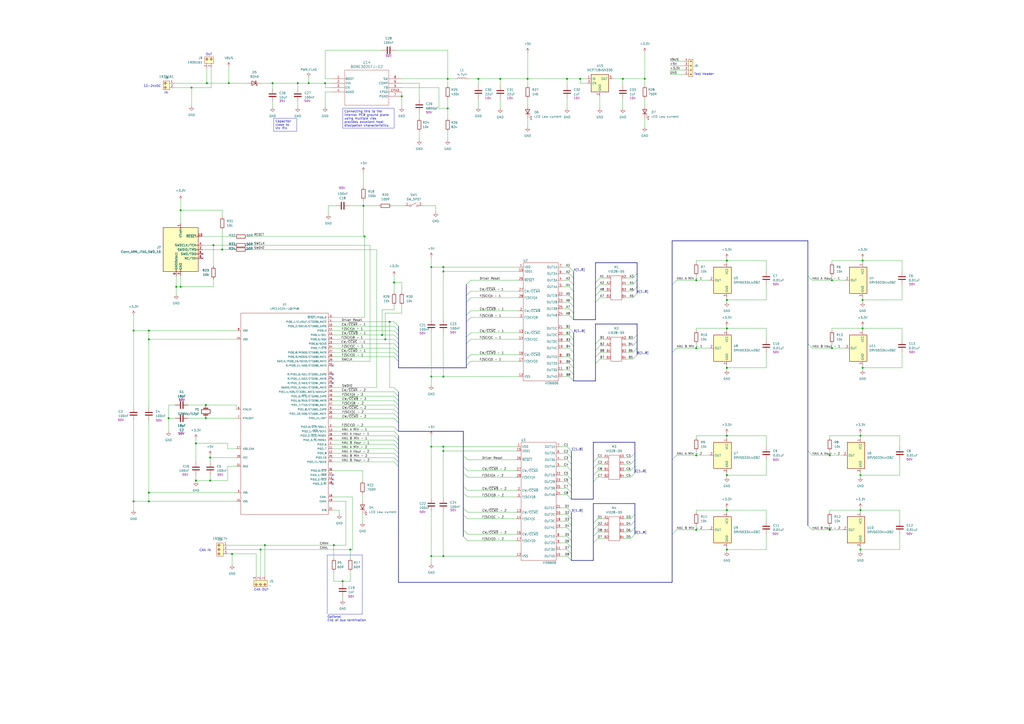
<source format=kicad_sch>
(kicad_sch (version 20231120) (generator "eeschema") (generator_version "8.0")
  (paper "A2")
  (junction (at 259.715 45.72))
  (junction (at 86.36 191.77))
  (junction (at 134.62 321.31))
  (junction (at 421.64 173.99))
  (junction (at 421.64 295.91))
  (junction (at 233.045 55.88))
  (junction (at 210.82 119.38))
  (junction (at 482.6 201.93))
  (junction (at 113.665 278.765))
  (junction (at 481.33 307.34))
  (junction (at 198.755 337.185))
  (junction (at 328.93 45.72))
  (junction (at 86.36 290.83))
  (junction (at 421.64 275.59))
  (junction (at 481.33 264.16))
  (junction (at 77.47 290.83))
  (junction (at 211.455 137.16))
  (junction (at 257.175 259.08))
  (junction (at 228.6 163.83))
  (junction (at 421.64 252.73))
  (junction (at 193.675 316.23))
  (junction (at 223.52 196.85))
  (junction (at 158.115 48.26))
  (junction (at 403.86 264.16))
  (junction (at 121.92 278.765))
  (junction (at 500.38 173.99))
  (junction (at 499.11 252.73))
  (junction (at 259.715 62.865))
  (junction (at 119.38 242.57))
  (junction (at 221.615 194.31))
  (junction (at 102.235 166.37))
  (junction (at 132.715 48.26))
  (junction (at 86.36 285.75))
  (junction (at 421.64 151.13))
  (junction (at 403.86 307.34))
  (junction (at 500.38 151.13))
  (junction (at 77.47 191.77))
  (junction (at 250.19 322.58))
  (junction (at 499.11 318.77))
  (junction (at 421.64 190.5))
  (junction (at 257.175 261.62))
  (junction (at 113.665 257.175))
  (junction (at 500.38 213.36))
  (junction (at 500.38 190.5))
  (junction (at 111.125 50.8))
  (junction (at 403.86 201.93))
  (junction (at 374.015 45.72))
  (junction (at 179.07 48.26))
  (junction (at 128.905 144.78))
  (junction (at 226.06 186.69))
  (junction (at 153.67 316.23))
  (junction (at 172.72 48.26))
  (junction (at 257.175 218.44))
  (junction (at 421.64 213.36))
  (junction (at 151.13 318.77))
  (junction (at 361.315 45.72))
  (junction (at 120.015 48.26))
  (junction (at 257.175 157.48))
  (junction (at 482.6 162.56))
  (junction (at 250.19 154.94))
  (junction (at 119.38 234.95))
  (junction (at 86.36 196.85))
  (junction (at 250.19 218.44))
  (junction (at 104.775 121.92))
  (junction (at 97.79 242.57))
  (junction (at 121.92 265.43))
  (junction (at 257.175 154.94))
  (junction (at 336.55 45.72))
  (junction (at 104.775 166.37))
  (junction (at 188.595 48.26))
  (junction (at 277.495 45.72))
  (junction (at 203.2 318.77))
  (junction (at 306.07 45.72))
  (junction (at 499.11 295.91))
  (junction (at 421.64 318.77))
  (junction (at 123.825 142.24))
  (junction (at 499.11 275.59))
  (junction (at 257.175 322.58))
  (junction (at 250.19 259.08))
  (junction (at 403.86 162.56))
  (junction (at 290.195 45.72))
  (no_connect (at 193.04 278.13))
  (no_connect (at 193.04 275.59))
  (no_connect (at 193.04 222.25))
  (no_connect (at 193.04 212.09))
  (no_connect (at 193.04 217.17))
  (no_connect (at 193.04 219.71))
  (no_connect (at 117.475 147.32))
  (no_connect (at 193.04 280.67))
  (no_connect (at 117.475 149.86))
  (bus_entry (at 228.6 224.79) (size 2.54 2.54))
  (bus_entry (at 365.76 312.42) (size 2.54 -2.54))
  (bus_entry (at 330.2 175.26) (size 2.54 2.54))
  (bus_entry (at 344.17 314.96) (size 2.54 -2.54))
  (bus_entry (at 328.93 283.21) (size 2.54 2.54))
  (bus_entry (at 344.17 275.59) (size 2.54 -2.54))
  (bus_entry (at 344.17 279.4) (size 2.54 -2.54))
  (bus_entry (at 344.17 267.97) (size 2.54 -2.54))
  (bus_entry (at 344.17 271.78) (size 2.54 -2.54))
  (bus_entry (at 365.76 276.86) (size 2.54 -2.54))
  (bus_entry (at 330.2 166.37) (size 2.54 2.54))
  (bus_entry (at 228.6 229.87) (size 2.54 2.54))
  (bus_entry (at 330.2 190.5) (size 2.54 2.54))
  (bus_entry (at 268.732 264.16) (size 2.54 2.54))
  (bus_entry (at 228.6 227.33) (size 2.54 2.54))
  (bus_entry (at 344.17 307.34) (size 2.54 -2.54))
  (bus_entry (at 328.93 262.89) (size 2.54 2.54))
  (bus_entry (at 328.93 270.51) (size 2.54 2.54))
  (bus_entry (at 328.93 266.7) (size 2.54 2.54))
  (bus_entry (at 328.93 259.08) (size 2.54 2.54))
  (bus_entry (at 228.6 240.03) (size 2.54 2.54))
  (bus_entry (at 328.93 287.02) (size 2.54 2.54))
  (bus_entry (at 468.63 160.02) (size 2.54 2.54))
  (bus_entry (at 228.6 234.95) (size 2.54 2.54))
  (bus_entry (at 345.44 210.82) (size 2.54 -2.54))
  (bus_entry (at 468.63 261.62) (size 2.54 2.54))
  (bus_entry (at 328.93 311.15) (size 2.54 2.54))
  (bus_entry (at 328.93 298.45) (size 2.54 2.54))
  (bus_entry (at 330.2 201.93) (size 2.54 2.54))
  (bus_entry (at 330.2 214.63) (size 2.54 2.54))
  (bus_entry (at 365.76 265.43) (size 2.54 -2.54))
  (bus_entry (at 328.93 302.26) (size 2.54 2.54))
  (bus_entry (at 268.732 285.75) (size 2.54 2.54))
  (bus_entry (at 365.76 273.05) (size 2.54 -2.54))
  (bus_entry (at 328.93 294.64) (size 2.54 2.54))
  (bus_entry (at 365.76 269.24) (size 2.54 -2.54))
  (bus_entry (at 330.2 210.82) (size 2.54 2.54))
  (bus_entry (at 330.2 207.01) (size 2.54 2.54))
  (bus_entry (at 365.76 304.8) (size 2.54 -2.54))
  (bus_entry (at 330.2 162.56) (size 2.54 2.54))
  (bus_entry (at 228.6 232.41) (size 2.54 2.54))
  (bus_entry (at 268.732 294.64) (size 2.54 2.54))
  (bus_entry (at 344.17 311.15) (size 2.54 -2.54))
  (bus_entry (at 228.6 250.19) (size 2.54 2.54))
  (bus_entry (at 268.732 281.94) (size 2.54 2.54))
  (bus_entry (at 328.93 318.77) (size 2.54 2.54))
  (bus_entry (at 345.44 207.01) (size 2.54 -2.54))
  (bus_entry (at 268.732 298.45) (size 2.54 2.54))
  (bus_entry (at 328.93 306.07) (size 2.54 2.54))
  (bus_entry (at 330.2 171.45) (size 2.54 2.54))
  (bus_entry (at 268.732 274.32) (size 2.54 2.54))
  (bus_entry (at 328.93 279.4) (size 2.54 2.54))
  (bus_entry (at 228.6 237.49) (size 2.54 2.54))
  (bus_entry (at 345.44 203.2) (size 2.54 -2.54))
  (bus_entry (at 330.2 198.12) (size 2.54 2.54))
  (bus_entry (at 345.44 199.39) (size 2.54 -2.54))
  (bus_entry (at 330.2 218.44) (size 2.54 2.54))
  (bus_entry (at 468.63 199.39) (size 2.54 2.54))
  (bus_entry (at 330.2 179.07) (size 2.54 2.54))
  (bus_entry (at 330.2 182.88) (size 2.54 2.54))
  (bus_entry (at 345.44 163.83) (size 2.54 -2.54))
  (bus_entry (at 345.44 175.26) (size 2.54 -2.54))
  (bus_entry (at 345.44 167.64) (size 2.54 -2.54))
  (bus_entry (at 345.44 171.45) (size 2.54 -2.54))
  (bus_entry (at 367.03 204.47) (size 2.54 -2.54))
  (bus_entry (at 367.03 208.28) (size 2.54 -2.54))
  (bus_entry (at 367.03 196.85) (size 2.54 -2.54))
  (bus_entry (at 367.03 200.66) (size 2.54 -2.54))
  (bus_entry (at 367.03 168.91) (size 2.54 -2.54))
  (bus_entry (at 468.63 304.8) (size 2.54 2.54))
  (bus_entry (at 268.732 311.15) (size 2.54 2.54))
  (bus_entry (at 328.93 322.58) (size 2.54 2.54))
  (bus_entry (at 367.03 165.1) (size 2.54 -2.54))
  (bus_entry (at 365.76 308.61) (size 2.54 -2.54))
  (bus_entry (at 328.93 314.96) (size 2.54 2.54))
  (bus_entry (at 330.2 154.94) (size 2.54 2.54))
  (bus_entry (at 330.2 194.31) (size 2.54 2.54))
  (bus_entry (at 389.89 204.47) (size 2.54 -2.54))
  (bus_entry (at 389.89 165.1) (size 2.54 -2.54))
  (bus_entry (at 389.89 266.7) (size 2.54 -2.54))
  (bus_entry (at 389.89 309.88) (size 2.54 -2.54))
  (bus_entry (at 228.6 252.73) (size 2.54 2.54))
  (bus_entry (at 228.6 255.27) (size 2.54 2.54))
  (bus_entry (at 228.6 262.89) (size 2.54 2.54))
  (bus_entry (at 228.6 257.81) (size 2.54 2.54))
  (bus_entry (at 228.6 260.35) (size 2.54 2.54))
  (bus_entry (at 228.6 265.43) (size 2.54 2.54))
  (bus_entry (at 228.6 267.97) (size 2.54 2.54))
  (bus_entry (at 344.17 303.53) (size 2.54 -2.54))
  (bus_entry (at 330.2 158.75) (size 2.54 2.54))
  (bus_entry (at 367.03 161.29) (size 2.54 -2.54))
  (bus_entry (at 270.51 195.58) (size 2.54 -2.54))
  (bus_entry (at 270.51 186.69) (size 2.54 -2.54))
  (bus_entry (at 270.51 182.88) (size 2.54 -2.54))
  (bus_entry (at 270.51 212.09) (size 2.54 -2.54))
  (bus_entry (at 270.51 199.39) (size 2.54 -2.54))
  (bus_entry (at 270.51 208.28) (size 2.54 -2.54))
  (bus_entry (at 270.51 175.26) (size 2.54 -2.54))
  (bus_entry (at 270.51 165.1) (size 2.54 -2.54))
  (bus_entry (at 270.51 171.45) (size 2.54 -2.54))
  (bus_entry (at 228.6 196.85) (size 2.54 2.54))
  (bus_entry (at 228.6 199.39) (size 2.54 2.54))
  (bus_entry (at 228.6 201.93) (size 2.54 2.54))
  (bus_entry (at 228.6 204.47) (size 2.54 2.54))
  (bus_entry (at 228.6 207.01) (size 2.54 2.54))
  (bus_entry (at 228.6 194.31) (size 2.54 2.54))
  (bus_entry (at 228.6 191.77) (size 2.54 2.54))
  (bus_entry (at 228.6 189.23) (size 2.54 2.54))
  (bus_entry (at 365.76 300.99) (size 2.54 -2.54))
  (bus_entry (at 228.6 247.65) (size 2.54 2.54))
  (bus_entry (at 228.6 186.69) (size 2.54 2.54))
  (bus_entry (at 328.93 275.59) (size 2.54 2.54))
  (bus_entry (at 367.03 172.72) (size 2.54 -2.54))
  (bus_entry (at 228.6 242.57) (size 2.54 2.54))
  (bus_entry (at 268.732 307.34) (size 2.54 2.54))
  (bus_entry (at 268.732 270.51) (size 2.54 2.54))
  (wire (pts (xy 151.13 318.77) (xy 203.2 318.77)))
  (wire (pts (xy 132.08 270.51) (xy 137.16 270.51)))
  (bus (pts (xy 344.17 267.97) (xy 344.17 271.78)))
  (wire (pts (xy 193.675 331.47) (xy 193.675 337.185)))
  (wire (pts (xy 403.86 295.91) (xy 421.64 295.91)))
  (wire (pts (xy 203.2 318.77) (xy 203.2 323.85)))
  (polyline (pts (xy 210.185 356.235) (xy 190.5 356.235)))
  (wire (pts (xy 471.17 201.93) (xy 482.6 201.93)))
  (wire (pts (xy 259.715 45.72) (xy 233.045 45.72)))
  (wire (pts (xy 499.11 252.73) (xy 499.11 254)))
  (wire (pts (xy 421.64 275.59) (xy 421.64 276.86)))
  (wire (pts (xy 500.38 173.99) (xy 500.38 175.26)))
  (wire (pts (xy 403.86 151.13) (xy 421.64 151.13)))
  (wire (pts (xy 271.272 273.05) (xy 299.72 273.05)))
  (bus (pts (xy 231.14 242.57) (xy 231.14 245.11)))
  (wire (pts (xy 193.04 237.49) (xy 228.6 237.49)))
  (wire (pts (xy 104.775 121.92) (xy 104.775 129.54)))
  (wire (pts (xy 172.72 48.26) (xy 179.07 48.26)))
  (bus (pts (xy 369.57 158.75) (xy 369.57 162.56)))
  (wire (pts (xy 228.6 160.02) (xy 228.6 163.83)))
  (wire (pts (xy 117.475 142.24) (xy 123.825 142.24)))
  (wire (pts (xy 132.08 316.23) (xy 153.67 316.23)))
  (wire (pts (xy 403.86 261.62) (xy 403.86 264.16)))
  (wire (pts (xy 104.775 160.02) (xy 104.775 166.37)))
  (bus (pts (xy 332.74 220.98) (xy 345.44 220.98)))
  (bus (pts (xy 270.51 171.45) (xy 270.51 175.26)))
  (bus (pts (xy 468.63 139.7) (xy 468.63 160.02)))
  (wire (pts (xy 200.66 290.83) (xy 200.66 316.23)))
  (wire (pts (xy 243.205 65.405) (xy 243.205 68.58)))
  (wire (pts (xy 523.24 204.47) (xy 523.24 213.36)))
  (wire (pts (xy 326.39 175.26) (xy 330.2 175.26)))
  (wire (pts (xy 123.825 166.37) (xy 123.825 161.925)))
  (wire (pts (xy 326.39 201.93) (xy 330.2 201.93)))
  (wire (pts (xy 259.715 45.72) (xy 264.16 45.72)))
  (wire (pts (xy 132.08 321.31) (xy 134.62 321.31)))
  (bus (pts (xy 268.732 285.75) (xy 268.732 294.64)))
  (wire (pts (xy 403.86 160.02) (xy 403.86 162.56)))
  (wire (pts (xy 210.82 136.525) (xy 211.455 137.16)))
  (bus (pts (xy 344.17 271.78) (xy 344.17 275.59)))
  (wire (pts (xy 271.272 309.88) (xy 299.72 309.88)))
  (wire (pts (xy 444.5 165.1) (xy 444.5 173.99)))
  (bus (pts (xy 368.3 256.54) (xy 368.3 262.89)))
  (wire (pts (xy 158.115 59.055) (xy 158.115 62.23)))
  (wire (pts (xy 347.98 168.91) (xy 351.79 168.91)))
  (wire (pts (xy 403.86 252.73) (xy 403.86 254)))
  (wire (pts (xy 198.755 337.185) (xy 203.2 337.185)))
  (wire (pts (xy 120.015 39.37) (xy 120.015 48.26)))
  (wire (pts (xy 482.6 199.39) (xy 482.6 201.93)))
  (wire (pts (xy 290.195 45.72) (xy 290.195 49.53)))
  (bus (pts (xy 331.47 308.61) (xy 331.47 313.69)))
  (wire (pts (xy 143.51 137.16) (xy 211.455 137.16)))
  (wire (pts (xy 388.62 35.56) (xy 396.875 35.56)))
  (wire (pts (xy 101.6 234.95) (xy 97.79 234.95)))
  (wire (pts (xy 229.235 29.21) (xy 259.715 29.21)))
  (bus (pts (xy 231.14 337.82) (xy 389.89 337.82)))
  (wire (pts (xy 361.95 308.61) (xy 365.76 308.61)))
  (wire (pts (xy 306.07 30.48) (xy 306.07 45.72)))
  (wire (pts (xy 77.47 243.84) (xy 77.47 290.83)))
  (bus (pts (xy 344.17 314.96) (xy 344.17 311.15)))
  (wire (pts (xy 190.5 119.38) (xy 190.5 124.46)))
  (bus (pts (xy 344.17 292.1) (xy 344.17 303.53)))
  (wire (pts (xy 210.312 297.942) (xy 210.312 303.022)))
  (wire (pts (xy 482.6 162.56) (xy 490.22 162.56)))
  (wire (pts (xy 499.11 294.64) (xy 499.11 295.91)))
  (bus (pts (xy 231.14 237.49) (xy 231.14 240.03)))
  (bus (pts (xy 389.89 204.47) (xy 389.89 266.7)))
  (wire (pts (xy 210.82 99.695) (xy 210.82 108.585)))
  (wire (pts (xy 481.33 252.73) (xy 481.33 254)))
  (polyline (pts (xy 189.865 321.945) (xy 210.185 321.945)))
  (wire (pts (xy 471.17 264.16) (xy 481.33 264.16)))
  (wire (pts (xy 172.72 59.055) (xy 172.72 62.23)))
  (wire (pts (xy 193.04 232.41) (xy 228.6 232.41)))
  (wire (pts (xy 259.715 68.58) (xy 259.715 62.865)))
  (bus (pts (xy 231.14 227.33) (xy 231.14 229.87)))
  (wire (pts (xy 221.615 179.705) (xy 228.6 179.705)))
  (wire (pts (xy 203.2 318.77) (xy 204.47 318.77)))
  (wire (pts (xy 444.5 309.88) (xy 444.5 318.77)))
  (wire (pts (xy 290.195 57.15) (xy 290.195 62.865)))
  (wire (pts (xy 158.115 48.26) (xy 172.72 48.26)))
  (wire (pts (xy 132.08 257.175) (xy 132.08 260.35)))
  (bus (pts (xy 231.14 189.23) (xy 231.14 191.77)))
  (wire (pts (xy 97.79 234.95) (xy 97.79 242.57)))
  (bus (pts (xy 331.47 304.8) (xy 331.47 308.61)))
  (bus (pts (xy 332.74 168.91) (xy 332.74 173.99)))
  (bus (pts (xy 231.14 199.39) (xy 231.14 201.93)))
  (wire (pts (xy 325.12 287.02) (xy 328.93 287.02)))
  (wire (pts (xy 444.5 213.36) (xy 421.64 213.36)))
  (wire (pts (xy 361.95 304.8) (xy 365.76 304.8)))
  (bus (pts (xy 368.3 270.51) (xy 368.3 274.32)))
  (wire (pts (xy 361.95 273.05) (xy 365.76 273.05)))
  (wire (pts (xy 481.33 264.16) (xy 488.95 264.16)))
  (wire (pts (xy 361.95 265.43) (xy 365.76 265.43)))
  (wire (pts (xy 363.22 196.85) (xy 367.03 196.85)))
  (wire (pts (xy 521.97 309.88) (xy 521.97 318.77)))
  (bus (pts (xy 345.44 187.96) (xy 345.44 199.39)))
  (wire (pts (xy 117.475 144.78) (xy 128.905 144.78)))
  (bus (pts (xy 231.14 240.03) (xy 231.14 242.57)))
  (wire (pts (xy 233.045 53.34) (xy 233.045 55.88)))
  (bus (pts (xy 270.51 165.1) (xy 270.51 171.45)))
  (wire (pts (xy 336.55 48.26) (xy 336.55 45.72)))
  (wire (pts (xy 218.44 144.78) (xy 218.44 224.79)))
  (wire (pts (xy 257.175 259.08) (xy 299.72 259.08)))
  (wire (pts (xy 306.07 57.15) (xy 306.07 60.96)))
  (wire (pts (xy 193.04 194.31) (xy 221.615 194.31)))
  (bus (pts (xy 345.44 185.42) (xy 345.44 175.26)))
  (polyline (pts (xy 189.865 321.945) (xy 189.865 356.235)))
  (wire (pts (xy 328.93 57.15) (xy 328.93 62.865)))
  (wire (pts (xy 172.72 48.26) (xy 172.72 51.435)))
  (wire (pts (xy 403.86 162.56) (xy 411.48 162.56)))
  (wire (pts (xy 277.495 45.72) (xy 290.195 45.72)))
  (wire (pts (xy 77.47 182.88) (xy 77.47 191.77)))
  (wire (pts (xy 259.715 29.21) (xy 259.715 45.72)))
  (wire (pts (xy 403.86 307.34) (xy 411.48 307.34)))
  (wire (pts (xy 444.5 266.7) (xy 444.5 275.59)))
  (bus (pts (xy 332.74 209.55) (xy 332.74 213.36)))
  (bus (pts (xy 268.732 281.94) (xy 268.732 285.75)))
  (wire (pts (xy 226.06 186.69) (xy 228.6 186.69)))
  (wire (pts (xy 325.12 311.15) (xy 328.93 311.15)))
  (wire (pts (xy 227.33 119.38) (xy 234.95 119.38)))
  (wire (pts (xy 77.47 290.83) (xy 86.36 290.83)))
  (wire (pts (xy 481.33 307.34) (xy 488.95 307.34)))
  (bus (pts (xy 231.14 207.01) (xy 231.14 209.55)))
  (wire (pts (xy 257.175 193.04) (xy 257.175 218.44)))
  (bus (pts (xy 331.47 321.31) (xy 331.47 325.12)))
  (wire (pts (xy 482.6 160.02) (xy 482.6 162.56)))
  (wire (pts (xy 102.235 160.02) (xy 102.235 166.37)))
  (wire (pts (xy 326.39 198.12) (xy 330.2 198.12)))
  (wire (pts (xy 233.045 163.83) (xy 228.6 163.83)))
  (wire (pts (xy 326.39 171.45) (xy 330.2 171.45)))
  (bus (pts (xy 368.3 292.1) (xy 368.3 298.45)))
  (wire (pts (xy 250.19 252.73) (xy 250.19 259.08)))
  (wire (pts (xy 193.675 337.185) (xy 198.755 337.185)))
  (wire (pts (xy 325.12 294.64) (xy 328.93 294.64)))
  (wire (pts (xy 325.12 262.89) (xy 328.93 262.89)))
  (wire (pts (xy 361.95 269.24) (xy 365.76 269.24)))
  (bus (pts (xy 345.44 167.64) (xy 345.44 171.45)))
  (wire (pts (xy 193.675 316.23) (xy 193.675 323.85)))
  (bus (pts (xy 268.732 307.34) (xy 268.732 311.15)))
  (wire (pts (xy 444.5 259.08) (xy 444.5 252.73)))
  (bus (pts (xy 345.44 187.96) (xy 369.57 187.96)))
  (wire (pts (xy 188.595 45.72) (xy 192.405 45.72)))
  (wire (pts (xy 210.312 286.512) (xy 210.312 290.322)))
  (wire (pts (xy 86.36 191.77) (xy 137.16 191.77)))
  (wire (pts (xy 257.175 261.62) (xy 299.72 261.62)))
  (bus (pts (xy 345.44 220.98) (xy 345.44 210.82)))
  (wire (pts (xy 421.64 212.09) (xy 421.64 213.36)))
  (wire (pts (xy 134.62 321.31) (xy 134.62 327.66)))
  (wire (pts (xy 403.86 295.91) (xy 403.86 297.18)))
  (wire (pts (xy 374.015 68.58) (xy 374.015 73.66)))
  (wire (pts (xy 250.19 218.44) (xy 257.175 218.44)))
  (wire (pts (xy 109.22 242.57) (xy 119.38 242.57)))
  (wire (pts (xy 374.015 45.72) (xy 374.015 49.53)))
  (bus (pts (xy 231.14 262.89) (xy 231.14 265.43)))
  (wire (pts (xy 193.04 255.27) (xy 228.6 255.27)))
  (wire (pts (xy 388.62 40.64) (xy 396.875 40.64)))
  (wire (pts (xy 421.64 251.46) (xy 421.64 252.73)))
  (bus (pts (xy 344.17 307.34) (xy 344.17 311.15)))
  (bus (pts (xy 331.47 317.5) (xy 331.47 321.31)))
  (wire (pts (xy 482.6 151.13) (xy 500.38 151.13)))
  (wire (pts (xy 521.97 302.26) (xy 521.97 295.91)))
  (wire (pts (xy 137.16 196.85) (xy 86.36 196.85)))
  (wire (pts (xy 482.6 151.13) (xy 482.6 152.4)))
  (wire (pts (xy 392.43 264.16) (xy 403.86 264.16)))
  (wire (pts (xy 363.22 165.1) (xy 367.03 165.1)))
  (wire (pts (xy 250.19 259.08) (xy 250.19 288.925)))
  (wire (pts (xy 444.5 275.59) (xy 421.64 275.59)))
  (wire (pts (xy 300.99 157.48) (xy 257.175 157.48)))
  (wire (pts (xy 250.19 296.545) (xy 250.19 322.58)))
  (wire (pts (xy 421.64 189.23) (xy 421.64 190.5)))
  (bus (pts (xy 270.51 186.69) (xy 270.51 195.58)))
  (wire (pts (xy 346.71 308.61) (xy 350.52 308.61)))
  (wire (pts (xy 122.555 39.37) (xy 122.555 50.8)))
  (wire (pts (xy 250.19 322.58) (xy 257.175 322.58)))
  (wire (pts (xy 273.05 168.91) (xy 300.99 168.91)))
  (wire (pts (xy 188.595 45.72) (xy 188.595 29.21)))
  (wire (pts (xy 326.39 182.88) (xy 330.2 182.88)))
  (wire (pts (xy 499.11 275.59) (xy 499.11 276.86)))
  (wire (pts (xy 252.73 119.38) (xy 245.11 119.38)))
  (wire (pts (xy 257.175 154.94) (xy 250.19 154.94)))
  (bus (pts (xy 331.47 325.12) (xy 344.17 325.12)))
  (wire (pts (xy 128.905 133.35) (xy 128.905 144.78)))
  (bus (pts (xy 270.51 195.58) (xy 270.51 199.39)))
  (wire (pts (xy 193.04 191.77) (xy 228.6 191.77)))
  (wire (pts (xy 363.22 161.29) (xy 367.03 161.29)))
  (wire (pts (xy 193.04 257.81) (xy 228.6 257.81)))
  (bus (pts (xy 231.14 255.27) (xy 231.14 257.81)))
  (wire (pts (xy 193.04 262.89) (xy 228.6 262.89)))
  (wire (pts (xy 193.04 252.73) (xy 228.6 252.73)))
  (wire (pts (xy 388.62 38.1) (xy 396.875 38.1)))
  (wire (pts (xy 363.22 172.72) (xy 367.03 172.72)))
  (wire (pts (xy 86.36 196.85) (xy 86.36 236.22)))
  (bus (pts (xy 331.47 273.05) (xy 331.47 278.13)))
  (wire (pts (xy 421.64 172.72) (xy 421.64 173.99)))
  (wire (pts (xy 326.39 210.82) (xy 330.2 210.82)))
  (wire (pts (xy 328.93 45.72) (xy 336.55 45.72)))
  (wire (pts (xy 121.92 265.43) (xy 137.16 265.43)))
  (wire (pts (xy 194.945 119.38) (xy 190.5 119.38)))
  (bus (pts (xy 270.51 212.09) (xy 270.51 213.36)))
  (wire (pts (xy 374.015 30.48) (xy 374.015 45.72)))
  (bus (pts (xy 231.14 234.95) (xy 231.14 237.49)))
  (wire (pts (xy 137.16 242.57) (xy 119.38 242.57)))
  (wire (pts (xy 363.22 200.66) (xy 367.03 200.66)))
  (wire (pts (xy 403.86 264.16) (xy 411.48 264.16)))
  (wire (pts (xy 326.39 194.31) (xy 330.2 194.31)))
  (wire (pts (xy 361.95 300.99) (xy 365.76 300.99)))
  (bus (pts (xy 331.47 281.94) (xy 331.47 285.75)))
  (wire (pts (xy 325.12 266.7) (xy 328.93 266.7)))
  (wire (pts (xy 223.52 196.85) (xy 223.52 181.61)))
  (wire (pts (xy 121.92 278.765) (xy 132.08 278.765)))
  (wire (pts (xy 257.175 322.58) (xy 299.72 322.58)))
  (bus (pts (xy 344.17 275.59) (xy 344.17 279.4)))
  (wire (pts (xy 306.07 45.72) (xy 306.07 49.53)))
  (bus (pts (xy 345.44 210.82) (xy 345.44 207.01)))
  (bus (pts (xy 345.44 152.4) (xy 345.44 163.83)))
  (wire (pts (xy 271.272 276.86) (xy 299.72 276.86)))
  (bus (pts (xy 369.57 194.31) (xy 369.57 198.12)))
  (wire (pts (xy 361.315 45.72) (xy 374.015 45.72)))
  (bus (pts (xy 389.89 165.1) (xy 389.89 204.47)))
  (wire (pts (xy 121.92 278.765) (xy 121.92 275.59)))
  (wire (pts (xy 77.47 290.83) (xy 77.47 295.91)))
  (wire (pts (xy 326.39 179.07) (xy 330.2 179.07)))
  (bus (pts (xy 468.63 199.39) (xy 468.63 261.62)))
  (bus (pts (xy 332.74 185.42) (xy 345.44 185.42)))
  (wire (pts (xy 300.99 154.94) (xy 257.175 154.94)))
  (wire (pts (xy 347.98 172.72) (xy 351.79 172.72)))
  (wire (pts (xy 193.04 234.95) (xy 228.6 234.95)))
  (wire (pts (xy 403.86 151.13) (xy 403.86 152.4)))
  (wire (pts (xy 193.04 273.05) (xy 210.312 273.05)))
  (wire (pts (xy 421.64 252.73) (xy 421.64 254)))
  (bus (pts (xy 344.17 325.12) (xy 344.17 314.96)))
  (wire (pts (xy 271.272 288.29) (xy 299.72 288.29)))
  (wire (pts (xy 499.11 275.59) (xy 499.11 274.32)))
  (bus (pts (xy 331.47 313.69) (xy 331.47 317.5)))
  (bus (pts (xy 369.57 201.93) (xy 369.57 205.74)))
  (wire (pts (xy 143.51 142.24) (xy 214.63 142.24)))
  (wire (pts (xy 481.33 304.8) (xy 481.33 307.34)))
  (bus (pts (xy 368.3 298.45) (xy 368.3 302.26)))
  (wire (pts (xy 259.715 45.72) (xy 259.715 49.53)))
  (bus (pts (xy 332.74 177.8) (xy 332.74 181.61)))
  (wire (pts (xy 193.04 229.87) (xy 228.6 229.87)))
  (wire (pts (xy 188.595 53.34) (xy 192.405 53.34)))
  (bus (pts (xy 332.74 196.85) (xy 332.74 200.66)))
  (wire (pts (xy 86.36 196.85) (xy 86.36 191.77)))
  (wire (pts (xy 481.33 261.62) (xy 481.33 264.16)))
  (wire (pts (xy 188.595 53.34) (xy 188.595 62.23)))
  (wire (pts (xy 233.045 169.545) (xy 233.045 163.83)))
  (wire (pts (xy 210.82 116.205) (xy 210.82 119.38)))
  (bus (pts (xy 345.44 175.26) (xy 345.44 171.45)))
  (wire (pts (xy 204.47 288.29) (xy 204.47 318.77)))
  (bus (pts (xy 332.74 165.1) (xy 332.74 168.91)))
  (wire (pts (xy 306.07 68.58) (xy 306.07 73.66)))
  (wire (pts (xy 117.475 137.16) (xy 135.89 137.16)))
  (wire (pts (xy 254.635 62.865) (xy 259.715 62.865)))
  (wire (pts (xy 102.235 166.37) (xy 104.775 166.37)))
  (wire (pts (xy 444.5 204.47) (xy 444.5 213.36)))
  (wire (pts (xy 444.5 302.26) (xy 444.5 295.91)))
  (wire (pts (xy 346.71 304.8) (xy 350.52 304.8)))
  (wire (pts (xy 273.05 205.74) (xy 300.99 205.74)))
  (wire (pts (xy 226.06 186.69) (xy 226.06 224.79)))
  (wire (pts (xy 403.86 199.39) (xy 403.86 201.93)))
  (wire (pts (xy 421.64 213.36) (xy 421.64 214.63)))
  (wire (pts (xy 128.905 121.92) (xy 128.905 125.73)))
  (wire (pts (xy 326.39 207.01) (xy 330.2 207.01)))
  (wire (pts (xy 250.19 149.225) (xy 250.19 154.94)))
  (wire (pts (xy 132.08 318.77) (xy 151.13 318.77)))
  (wire (pts (xy 444.5 190.5) (xy 421.64 190.5)))
  (wire (pts (xy 86.36 191.77) (xy 77.47 191.77)))
  (wire (pts (xy 374.015 57.15) (xy 374.015 60.96)))
  (wire (pts (xy 325.12 270.51) (xy 328.93 270.51)))
  (bus (pts (xy 389.89 266.7) (xy 389.89 309.88)))
  (wire (pts (xy 521.97 266.7) (xy 521.97 275.59)))
  (wire (pts (xy 521.97 295.91) (xy 499.11 295.91)))
  (bus (pts (xy 270.51 182.88) (xy 270.51 186.69)))
  (wire (pts (xy 250.19 218.44) (xy 250.19 223.52)))
  (bus (pts (xy 331.47 273.05) (xy 331.47 269.24)))
  (wire (pts (xy 325.12 302.26) (xy 328.93 302.26)))
  (wire (pts (xy 104.775 121.92) (xy 128.905 121.92)))
  (wire (pts (xy 193.04 265.43) (xy 228.6 265.43)))
  (wire (pts (xy 361.315 45.72) (xy 361.315 49.53)))
  (wire (pts (xy 326.39 162.56) (xy 330.2 162.56)))
  (bus (pts (xy 270.51 175.26) (xy 270.51 182.88)))
  (wire (pts (xy 243.205 48.26) (xy 243.205 57.785)))
  (wire (pts (xy 346.71 269.24) (xy 350.52 269.24)))
  (wire (pts (xy 325.12 275.59) (xy 328.93 275.59)))
  (wire (pts (xy 328.93 45.72) (xy 328.93 49.53)))
  (wire (pts (xy 233.045 48.26) (xy 243.205 48.26)))
  (wire (pts (xy 403.86 201.93) (xy 411.48 201.93)))
  (wire (pts (xy 102.235 166.37) (xy 102.235 170.815)))
  (wire (pts (xy 325.12 279.4) (xy 328.93 279.4)))
  (wire (pts (xy 325.12 306.07) (xy 328.93 306.07)))
  (wire (pts (xy 346.71 276.86) (xy 350.52 276.86)))
  (wire (pts (xy 254.635 50.8) (xy 254.635 62.865)))
  (bus (pts (xy 369.57 198.12) (xy 369.57 201.93)))
  (wire (pts (xy 113.665 275.59) (xy 113.665 278.765)))
  (bus (pts (xy 332.74 204.47) (xy 332.74 209.55)))
  (wire (pts (xy 113.665 257.175) (xy 113.665 267.97)))
  (wire (pts (xy 250.19 154.94) (xy 250.19 185.42)))
  (bus (pts (xy 332.74 193.04) (xy 332.74 196.85)))
  (bus (pts (xy 331.47 285.75) (xy 331.47 289.56)))
  (wire (pts (xy 403.86 252.73) (xy 421.64 252.73)))
  (wire (pts (xy 392.43 162.56) (xy 403.86 162.56)))
  (wire (pts (xy 347.98 165.1) (xy 351.79 165.1)))
  (wire (pts (xy 151.13 48.26) (xy 158.115 48.26)))
  (wire (pts (xy 271.272 313.69) (xy 299.72 313.69)))
  (bus (pts (xy 331.47 300.99) (xy 331.47 304.8)))
  (bus (pts (xy 231.14 265.43) (xy 231.14 267.97)))
  (bus (pts (xy 332.74 161.29) (xy 332.74 165.1)))
  (wire (pts (xy 403.86 190.5) (xy 421.64 190.5)))
  (wire (pts (xy 325.12 298.45) (xy 328.93 298.45)))
  (wire (pts (xy 363.22 204.47) (xy 367.03 204.47)))
  (bus (pts (xy 468.63 261.62) (xy 468.63 304.8)))
  (wire (pts (xy 421.64 318.77) (xy 421.64 320.04)))
  (bus (pts (xy 231.14 232.41) (xy 231.14 234.95)))
  (wire (pts (xy 326.39 166.37) (xy 330.2 166.37)))
  (wire (pts (xy 326.39 154.94) (xy 330.2 154.94)))
  (wire (pts (xy 193.04 186.69) (xy 226.06 186.69)))
  (wire (pts (xy 111.125 50.8) (xy 111.125 61.595)))
  (wire (pts (xy 257.175 261.62) (xy 257.175 288.925)))
  (bus (pts (xy 345.44 203.2) (xy 345.44 207.01)))
  (wire (pts (xy 347.98 200.66) (xy 351.79 200.66)))
  (bus (pts (xy 332.74 200.66) (xy 332.74 204.47)))
  (wire (pts (xy 444.5 157.48) (xy 444.5 151.13)))
  (bus (pts (xy 331.47 289.56) (xy 344.17 289.56)))
  (wire (pts (xy 347.98 196.85) (xy 351.79 196.85)))
  (wire (pts (xy 193.04 250.19) (xy 228.6 250.19)))
  (bus (pts (xy 344.17 256.54) (xy 368.3 256.54)))
  (wire (pts (xy 100.965 50.8) (xy 111.125 50.8)))
  (bus (pts (xy 270.51 208.28) (xy 270.51 212.09)))
  (wire (pts (xy 273.05 162.56) (xy 300.99 162.56)))
  (bus (pts (xy 231.14 191.77) (xy 231.14 194.31)))
  (bus (pts (xy 231.14 209.55) (xy 231.14 213.36)))
  (wire (pts (xy 153.67 316.23) (xy 193.675 316.23)))
  (wire (pts (xy 481.33 252.73) (xy 499.11 252.73)))
  (wire (pts (xy 500.38 189.23) (xy 500.38 190.5)))
  (wire (pts (xy 361.315 57.15) (xy 361.315 62.865)))
  (wire (pts (xy 471.17 307.34) (xy 481.33 307.34)))
  (wire (pts (xy 421.64 274.32) (xy 421.64 275.59)))
  (wire (pts (xy 421.64 190.5) (xy 421.64 191.77)))
  (wire (pts (xy 363.22 168.91) (xy 367.03 168.91)))
  (bus (pts (xy 268.732 294.64) (xy 268.732 298.45)))
  (wire (pts (xy 250.19 193.04) (xy 250.19 218.44)))
  (wire (pts (xy 77.47 191.77) (xy 77.47 236.22)))
  (wire (pts (xy 193.04 267.97) (xy 228.6 267.97)))
  (bus (pts (xy 332.74 213.36) (xy 332.74 217.17)))
  (wire (pts (xy 271.272 266.7) (xy 299.72 266.7)))
  (wire (pts (xy 111.125 50.8) (xy 122.555 50.8)))
  (wire (pts (xy 226.06 224.79) (xy 228.6 224.79)))
  (wire (pts (xy 233.045 55.88) (xy 233.045 62.23)))
  (wire (pts (xy 193.04 240.03) (xy 228.6 240.03)))
  (wire (pts (xy 336.55 45.72) (xy 340.36 45.72)))
  (wire (pts (xy 325.12 322.58) (xy 328.93 322.58)))
  (wire (pts (xy 325.12 259.08) (xy 328.93 259.08)))
  (wire (pts (xy 193.04 224.79) (xy 218.44 224.79)))
  (wire (pts (xy 521.97 275.59) (xy 499.11 275.59)))
  (wire (pts (xy 250.19 322.58) (xy 250.19 327.025)))
  (wire (pts (xy 223.52 196.85) (xy 228.6 196.85)))
  (wire (pts (xy 340.36 48.26) (xy 336.55 48.26)))
  (wire (pts (xy 86.36 285.75) (xy 137.16 285.75)))
  (wire (pts (xy 361.315 45.72) (xy 355.6 45.72)))
  (wire (pts (xy 188.595 29.21) (xy 221.615 29.21)))
  (wire (pts (xy 326.39 218.44) (xy 330.2 218.44)))
  (wire (pts (xy 403.86 190.5) (xy 403.86 191.77)))
  (wire (pts (xy 252.73 119.38) (xy 252.73 123.19)))
  (wire (pts (xy 113.665 254.635) (xy 113.665 257.175)))
  (bus (pts (xy 344.17 289.56) (xy 344.17 279.4)))
  (wire (pts (xy 499.11 295.91) (xy 499.11 297.18)))
  (wire (pts (xy 223.52 181.61) (xy 233.045 181.61)))
  (bus (pts (xy 345.44 152.4) (xy 369.57 152.4)))
  (bus (pts (xy 231.14 204.47) (xy 231.14 207.01)))
  (wire (pts (xy 257.175 218.44) (xy 300.99 218.44)))
  (wire (pts (xy 273.05 196.85) (xy 300.99 196.85)))
  (wire (pts (xy 347.98 55.88) (xy 347.98 62.865)))
  (wire (pts (xy 259.715 76.2) (xy 259.715 81.28)))
  (wire (pts (xy 482.6 190.5) (xy 500.38 190.5)))
  (bus (pts (xy 468.63 160.02) (xy 468.63 199.39)))
  (bus (pts (xy 270.51 199.39) (xy 270.51 208.28)))
  (wire (pts (xy 193.04 207.01) (xy 228.6 207.01)))
  (bus (pts (xy 231.14 270.51) (xy 231.14 337.82)))
  (wire (pts (xy 121.92 264.16) (xy 121.92 265.43)))
  (wire (pts (xy 499.11 251.46) (xy 499.11 252.73)))
  (polyline (pts (xy 210.185 321.945) (xy 210.185 356.235)))
  (bus (pts (xy 344.17 303.53) (xy 344.17 307.34)))
  (wire (pts (xy 193.04 295.91) (xy 196.85 295.91)))
  (bus (pts (xy 369.57 166.37) (xy 369.57 170.18)))
  (wire (pts (xy 273.05 172.72) (xy 300.99 172.72)))
  (wire (pts (xy 523.24 190.5) (xy 500.38 190.5)))
  (wire (pts (xy 233.045 181.61) (xy 233.045 177.165)))
  (wire (pts (xy 97.79 242.57) (xy 97.79 250.19)))
  (wire (pts (xy 134.62 321.31) (xy 148.59 321.31)))
  (bus (pts (xy 344.17 256.54) (xy 344.17 267.97)))
  (wire (pts (xy 193.04 204.47) (xy 228.6 204.47)))
  (wire (pts (xy 198.755 346.075) (xy 198.755 347.98)))
  (bus (pts (xy 268.732 270.51) (xy 268.732 274.32)))
  (wire (pts (xy 482.6 190.5) (xy 482.6 191.77)))
  (wire (pts (xy 325.12 318.77) (xy 328.93 318.77)))
  (wire (pts (xy 500.38 172.72) (xy 500.38 173.99)))
  (bus (pts (xy 231.14 196.85) (xy 231.14 199.39)))
  (wire (pts (xy 257.175 154.94) (xy 257.175 157.48)))
  (wire (pts (xy 250.19 259.08) (xy 257.175 259.08)))
  (wire (pts (xy 421.64 151.13) (xy 421.64 152.4)))
  (wire (pts (xy 132.08 260.35) (xy 137.16 260.35)))
  (bus (pts (xy 389.89 139.7) (xy 468.63 139.7)))
  (wire (pts (xy 100.965 48.26) (xy 120.015 48.26)))
  (bus (pts (xy 331.47 278.13) (xy 331.47 281.94)))
  (wire (pts (xy 421.64 295.91) (xy 421.64 297.18)))
  (wire (pts (xy 306.07 45.72) (xy 328.93 45.72)))
  (wire (pts (xy 346.71 265.43) (xy 350.52 265.43)))
  (wire (pts (xy 257.175 296.545) (xy 257.175 322.58)))
  (bus (pts (xy 368.3 306.07) (xy 368.3 309.88)))
  (wire (pts (xy 153.67 316.23) (xy 153.67 334.01)))
  (bus (pts (xy 231.14 194.31) (xy 231.14 196.85)))
  (wire (pts (xy 500.38 149.86) (xy 500.38 151.13)))
  (wire (pts (xy 273.05 193.04) (xy 300.99 193.04)))
  (wire (pts (xy 392.43 201.93) (xy 403.86 201.93)))
  (wire (pts (xy 243.205 76.2) (xy 243.205 81.28)))
  (wire (pts (xy 193.04 201.93) (xy 228.6 201.93)))
  (wire (pts (xy 86.36 290.83) (xy 137.16 290.83)))
  (bus (pts (xy 231.14 260.35) (xy 231.14 262.89)))
  (bus (pts (xy 231.14 252.73) (xy 231.14 255.27)))
  (wire (pts (xy 158.115 48.26) (xy 158.115 51.435)))
  (bus (pts (xy 268.732 298.45) (xy 268.732 307.34)))
  (bus (pts (xy 331.47 269.24) (xy 331.47 265.43)))
  (bus (pts (xy 389.89 337.82) (xy 389.89 309.88)))
  (wire (pts (xy 188.595 50.8) (xy 188.595 48.26)))
  (wire (pts (xy 271.272 300.99) (xy 299.72 300.99)))
  (wire (pts (xy 132.715 48.26) (xy 120.015 48.26)))
  (wire (pts (xy 97.79 242.57) (xy 101.6 242.57)))
  (wire (pts (xy 326.39 214.63) (xy 330.2 214.63)))
  (wire (pts (xy 421.64 173.99) (xy 421.64 175.26)))
  (wire (pts (xy 113.665 278.765) (xy 121.92 278.765)))
  (wire (pts (xy 132.715 38.735) (xy 132.715 48.26)))
  (bus (pts (xy 332.74 157.48) (xy 332.74 161.29)))
  (wire (pts (xy 523.24 165.1) (xy 523.24 173.99)))
  (bus (pts (xy 368.3 266.7) (xy 368.3 270.51)))
  (wire (pts (xy 193.04 227.33) (xy 228.6 227.33)))
  (wire (pts (xy 403.86 304.8) (xy 403.86 307.34)))
  (wire (pts (xy 481.33 295.91) (xy 481.33 297.18)))
  (wire (pts (xy 228.6 177.165) (xy 228.6 179.705)))
  (wire (pts (xy 143.51 144.78) (xy 218.44 144.78)))
  (bus (pts (xy 231.14 229.87) (xy 231.14 232.41)))
  (wire (pts (xy 421.64 318.77) (xy 421.64 317.5)))
  (bus (pts (xy 231.14 257.81) (xy 231.14 260.35)))
  (wire (pts (xy 193.04 209.55) (xy 214.63 209.55)))
  (bus (pts (xy 344.17 292.1) (xy 368.3 292.1)))
  (bus (pts (xy 231.14 267.97) (xy 231.14 270.51)))
  (wire (pts (xy 523.24 213.36) (xy 500.38 213.36)))
  (wire (pts (xy 421.64 149.86) (xy 421.64 151.13)))
  (wire (pts (xy 203.2 331.47) (xy 203.2 337.185)))
  (wire (pts (xy 290.195 45.72) (xy 306.07 45.72)))
  (wire (pts (xy 198.755 338.455) (xy 198.755 337.185)))
  (wire (pts (xy 277.495 57.15) (xy 277.495 62.23)))
  (wire (pts (xy 193.04 260.35) (xy 228.6 260.35)))
  (wire (pts (xy 210.82 119.38) (xy 210.82 136.525)))
  (wire (pts (xy 523.24 173.99) (xy 500.38 173.99)))
  (wire (pts (xy 228.6 163.83) (xy 228.6 169.545)))
  (wire (pts (xy 326.39 158.75) (xy 330.2 158.75)))
  (wire (pts (xy 499.11 317.5) (xy 499.11 318.77)))
  (bus (pts (xy 332.74 173.99) (xy 332.74 177.8)))
  (wire (pts (xy 121.92 265.43) (xy 121.92 267.97)))
  (wire (pts (xy 444.5 295.91) (xy 421.64 295.91)))
  (wire (pts (xy 210.82 119.38) (xy 202.565 119.38)))
  (wire (pts (xy 86.36 285.75) (xy 86.36 290.83)))
  (wire (pts (xy 119.38 234.95) (xy 137.16 234.95)))
  (wire (pts (xy 273.05 209.55) (xy 300.99 209.55)))
  (wire (pts (xy 151.13 318.77) (xy 151.13 334.01)))
  (wire (pts (xy 500.38 151.13) (xy 500.38 152.4)))
  (wire (pts (xy 210.82 119.38) (xy 219.71 119.38)))
  (wire (pts (xy 444.5 151.13) (xy 421.64 151.13)))
  (wire (pts (xy 193.04 290.83) (xy 200.66 290.83)))
  (wire (pts (xy 196.85 295.91) (xy 196.85 298.45)))
  (wire (pts (xy 421.64 294.64) (xy 421.64 295.91)))
  (wire (pts (xy 188.595 48.26) (xy 192.405 48.26)))
  (bus (pts (xy 231.14 201.93) (xy 231.14 204.47)))
  (wire (pts (xy 211.455 137.16) (xy 211.455 184.15)))
  (bus (pts (xy 231.14 245.11) (xy 231.14 250.19)))
  (bus (pts (xy 268.732 250.19) (xy 268.732 264.16)))
  (wire (pts (xy 257.175 157.48) (xy 257.175 185.42)))
  (wire (pts (xy 210.312 273.05) (xy 210.312 278.892)))
  (bus (pts (xy 231.14 250.19) (xy 268.732 250.19)))
  (wire (pts (xy 259.715 57.15) (xy 259.715 62.865)))
  (wire (pts (xy 113.665 278.765) (xy 113.665 279.4)))
  (wire (pts (xy 326.39 190.5) (xy 330.2 190.5)))
  (wire (pts (xy 523.24 157.48) (xy 523.24 151.13)))
  (wire (pts (xy 347.98 204.47) (xy 351.79 204.47)))
  (wire (pts (xy 123.825 142.24) (xy 135.89 142.24)))
  (wire (pts (xy 221.615 179.705) (xy 221.615 194.31)))
  (wire (pts (xy 325.12 314.96) (xy 328.93 314.96)))
  (wire (pts (xy 523.24 151.13) (xy 500.38 151.13)))
  (wire (pts (xy 388.62 43.18) (xy 396.875 43.18)))
  (wire (pts (xy 86.36 243.84) (xy 86.36 285.75)))
  (wire (pts (xy 500.38 190.5) (xy 500.38 191.77)))
  (wire (pts (xy 214.63 142.24) (xy 214.63 209.55)))
  (wire (pts (xy 325.12 283.21) (xy 328.93 283.21)))
  (bus (pts (xy 268.732 264.16) (xy 268.732 270.51)))
  (bus (pts (xy 345.44 199.39) (xy 345.44 203.2)))
  (wire (pts (xy 521.97 318.77) (xy 499.11 318.77)))
  (wire (pts (xy 347.98 208.28) (xy 351.79 208.28)))
  (wire (pts (xy 444.5 196.85) (xy 444.5 190.5)))
  (wire (pts (xy 193.04 247.65) (xy 228.6 247.65)))
  (wire (pts (xy 193.04 184.15) (xy 211.455 184.15)))
  (wire (pts (xy 521.97 252.73) (xy 499.11 252.73)))
  (bus (pts (xy 268.732 274.32) (xy 268.732 281.94)))
  (bus (pts (xy 331.47 265.43) (xy 331.47 261.62)))
  (bus (pts (xy 331.47 297.18) (xy 331.47 300.99)))
  (wire (pts (xy 271.272 297.18) (xy 299.72 297.18)))
  (wire (pts (xy 361.95 312.42) (xy 365.76 312.42)))
  (bus (pts (xy 369.57 187.96) (xy 369.57 194.31)))
  (wire (pts (xy 193.675 316.23) (xy 200.66 316.23)))
  (wire (pts (xy 273.05 184.15) (xy 300.99 184.15)))
  (wire (pts (xy 148.59 321.31) (xy 148.59 334.01)))
  (wire (pts (xy 346.71 273.05) (xy 350.52 273.05)))
  (bus (pts (xy 368.3 302.26) (xy 368.3 306.07)))
  (wire (pts (xy 444.5 318.77) (xy 421.64 318.77)))
  (wire (pts (xy 254.635 50.8) (xy 233.045 50.8)))
  (wire (pts (xy 363.22 208.28) (xy 367.03 208.28)))
  (wire (pts (xy 392.43 307.34) (xy 403.86 307.34)))
  (wire (pts (xy 109.22 234.95) (xy 119.38 234.95)))
  (wire (pts (xy 193.04 199.39) (xy 228.6 199.39)))
  (wire (pts (xy 132.715 48.26) (xy 143.51 48.26)))
  (wire (pts (xy 471.17 162.56) (xy 482.6 162.56)))
  (bus (pts (xy 332.74 181.61) (xy 332.74 185.42)))
  (wire (pts (xy 179.07 48.26) (xy 188.595 48.26)))
  (wire (pts (xy 123.825 142.24) (xy 123.825 154.305)))
  (wire (pts (xy 444.5 173.99) (xy 421.64 173.99)))
  (wire (pts (xy 137.16 234.95) (xy 137.16 237.49)))
  (wire (pts (xy 521.97 259.08) (xy 521.97 252.73)))
  (wire (pts (xy 361.95 276.86) (xy 365.76 276.86)))
  (bus (pts (xy 332.74 217.17) (xy 332.74 220.98)))
  (bus (pts (xy 369.57 152.4) (xy 369.57 158.75)))
  (wire (pts (xy 277.495 45.72) (xy 277.495 49.53)))
  (wire (pts (xy 346.71 312.42) (xy 350.52 312.42)))
  (bus (pts (xy 345.44 163.83) (xy 345.44 167.64)))
  (bus (pts (xy 389.89 139.7) (xy 389.89 165.1)))
  (wire (pts (xy 500.38 213.36) (xy 500.38 214.63)))
  (wire (pts (xy 128.905 144.78) (xy 135.89 144.78)))
  (wire (pts (xy 444.5 252.73) (xy 421.64 252.73)))
  (wire (pts (xy 193.04 189.23) (xy 228.6 189.23)))
  (bus (pts (xy 231.14 213.36) (xy 270.51 213.36)))
  (wire (pts (xy 523.24 196.85) (xy 523.24 190.5)))
  (wire (pts (xy 193.04 242.57) (xy 228.6 242.57)))
  (wire (pts (xy 271.78 45.72) (xy 277.495 45.72)))
  (wire (pts (xy 481.33 295.91) (xy 499.11 295.91)))
  (wire (pts (xy 257.175 259.08) (xy 257.175 261.62)))
  (wire (pts (xy 271.272 284.48) (xy 299.72 284.48)))
  (wire (pts (xy 104.775 166.37) (xy 123.825 166.37)))
  (wire (pts (xy 221.615 194.31) (xy 228.6 194.31)))
  (wire (pts (xy 346.71 300.99) (xy 350.52 300.99)))
  (wire (pts (xy 104.775 116.205) (xy 104.775 121.92)))
  (wire (pts (xy 500.38 212.09) (xy 500.38 213.36)))
  (bus (pts (xy 368.3 262.89) (xy 368.3 266.7)))
  (wire (pts (xy 193.04 196.85) (xy 223.52 196.85)))
  (wire (pts (xy 179.07 44.958) (xy 179.07 48.26)))
  (wire (pts (xy 192.405 50.8) (xy 188.595 50.8)))
  (wire (pts (xy 482.6 201.93) (xy 490.22 201.93)))
  (wire (pts (xy 499.11 318.77) (xy 499.11 320.04)))
  (wire (pts (xy 193.04 288.29) (xy 204.47 288.29)))
  (wire (pts (xy 347.98 161.29) (xy 351.79 161.29)))
  (wire (pts (xy 132.08 278.765) (xy 132.08 270.51)))
  (bus (pts (xy 369.57 162.56) (xy 369.57 166.37)))
  (wire (pts (xy 273.05 180.34) (xy 300.99 180.34)))
  (wire (pts (xy 113.665 257.175) (xy 132.08 257.175)))
  (text_box "Capacitor close to Vin Pin" (at 158.75 68.58 0) (size 13.335 7.62) (effects (font (size 1.27 1.27)) (justify left top)))
  (text_box "Connecting this to the internal PCB ground plane using multiple vias \nprovides excellent heat dissipation characteristics." (at 198.755 62.865 0) (size 29.845 11.43) (effects (font (size 1.27 1.27)) (justify left top)))
  (text "IN" (at 95.25 54.61 0) (effects (font (size 1.27 1.27)) (justify left bottom)))
  (text "Optional\nEnd of bus termination" (at 189.865 360.68 0) (effects (font (size 1.27 1.27)) (justify left bottom)))
  (text "CAN IN" (at 115.57 320.04 0) (effects (font (size 1.27 1.27)) (justify left bottom)))
  (text "12-24VDC" (at 83.185 50.8 0) (effects (font (size 1.27 1.27)) (justify left bottom)))
  (text "Test Header" (at 402.59 43.815 0) (effects (font (size 1.27 1.27)) (justify left bottom)))
  (text "OUT" (at 119.38 32.385 0) (effects (font (size 1.27 1.27)) (justify left bottom)))
  (text "CAN OUT" (at 147.32 342.9 0) (effects (font (size 1.27 1.27)) (justify left bottom)))
  (label "B5" (at 364.49 208.28 0))
  (label "A[1..8]" (at 369.57 170.18 0))
  (label "A8" (at 328.295 182.88 0))
  (label "CW{slash}~{CCWC} - 1 " (at 197.8318 199.39 0))
  (label "CANH" (at 185.42 316.23 0))
  (label "F(SCX)A - 1 " (at 198.12 191.77 0))
  (label "C4" (at 363.22 269.24 0))
  (label "F(SCX)A - 2" (at 279.654 276.86 0))
  (label "D5" (at 363.22 312.42 0))
  (label "A4" (at 328.295 166.37 0))
  (label "HAll B Min - 2" (at 198.12 265.43 0))
  (label "CW{slash}~{CCWA} - 1" (at 278.13 168.91 0))
  (label "A7" (at 347.98 172.72 0))
  (label "SWCLK " (at 147.32 142.24 0))
  (label "C8" (at 327.025 287.02 0))
  (label "CW{slash}~{CCWC} - 2" (at 279.654 297.18 0))
  (label "D2" (at 346.71 304.8 0))
  (label "CW{slash}~{CCWB} - 1" (at 278.13 180.34 0))
  (label "CW{slash}~{CCWB} - 2" (at 279.654 284.48 0))
  (label "C6" (at 327.025 279.4 0))
  (label "D8" (at 327.66 322.58 0))
  (label "Driver Reset" (at 278.13 162.56 0))
  (label "C4" (at 327.025 270.51 0))
  (label "D[1..8]" (at 368.3 309.88 0))
  (label "A8" (at 347.98 168.91 0))
  (label "HAll A Hour - 2" (at 471.17 264.16 0))
  (label "F(SCX)D - 2" (at 279.654 313.69 0))
  (label "CW{slash}~{CCWD} - 1" (at 278.13 205.74 0))
  (label "A1" (at 347.98 161.29 0))
  (label "HAll B Min - 1" (at 198.12 255.27 0))
  (label "C7" (at 327.025 283.21 0))
  (label "B8" (at 347.98 204.47 0))
  (label "Driver Reset" (at 279.654 266.7 0))
  (label "A2" (at 328.295 158.75 0))
  (label "Driver Reset" (at 198.12 186.69 0))
  (label "B4" (at 328.295 201.93 0))
  (label "HAll A Min - 1 " (at 392.43 162.56 0))
  (label "HAll A Min - 1 " (at 198.12 250.19 0))
  (label "CW{slash}~{CCWD} - 1" (at 197.9606 204.47 0))
  (label "F(SCX)C - 1 " (at 198.12 201.93 0))
  (label "SWDIO" (at 198.3418 224.79 0))
  (label "A4" (at 365.125 165.1 0))
  (label "B1" (at 328.295 190.5 0))
  (label "B5" (at 328.295 207.01 0))
  (label "B7" (at 328.295 214.63 0))
  (label "RESET" (at 147.32 137.16 0))
  (label "A[1..8]" (at 332.74 157.48 0))
  (label "B6" (at 364.49 204.47 0))
  (label "CW{slash}~{CCWB} - 2" (at 198.3418 232.41 0))
  (label "A7" (at 328.295 179.07 0))
  (label "B6" (at 328.295 210.82 0))
  (label "B2" (at 347.98 200.66 0))
  (label "C3" (at 363.22 265.43 0))
  (label "B3" (at 328.295 198.12 0))
  (label "A6" (at 328.295 175.26 0))
  (label "CW{slash}~{CCWB} - 1" (at 198.12 194.31 0))
  (label "D3" (at 363.22 300.99 0))
  (label "F(SCX)B - 2" (at 198.3418 234.95 0))
  (label "HAll B Hour - 2" (at 198.12 267.97 0))
  (label "HAll B Hour - 1" (at 198.12 257.81 0))
  (label "B1" (at 347.98 196.85 0))
  (label "F(SCX)D - 1 " (at 278.13 209.55 0))
  (label "D2" (at 327.66 298.45 0))
  (label "A5" (at 365.125 172.72 0))
  (label "C7" (at 346.71 276.86 0))
  (label "SWCLK " (at 198.12 209.55 0))
  (label "B[1..8]" (at 332.74 193.04 0))
  (label "CW{slash}~{CCWA} - 2" (at 279.654 273.05 0))
  (label "C6" (at 363.22 273.05 0))
  (label "C5" (at 327.025 275.59 0))
  (label "HAll A Hour - 1" (at 198.12 252.73 0))
  (label "HAll A Hour - 1" (at 471.17 162.56 0))
  (label "D5" (at 327.66 311.15 0))
  (label "F(SCX)C - 2" (at 279.654 300.99 0))
  (label "A6" (at 365.125 168.91 0))
  (label "B[1..8]" (at 369.57 205.74 0))
  (label "A1" (at 328.295 154.94 0))
  (label "B2" (at 328.295 194.31 0))
  (label "D1" (at 346.71 300.99 0))
  (label "F(SCX)B - 1 " (at 197.9606 196.85 0))
  (label "CW{slash}~{CCWA} - 2" (at 198.12 227.33 0))
  (label "CANL" (at 185.42 318.77 0))
  (label "D4" (at 327.66 306.07 0))
  (label "F(SCX)A - 2" (at 198.3418 229.87 0))
  (label "C8" (at 346.71 273.05 0))
  (label "F(SCX)C - 1 " (at 278.13 196.85 0))
  (label "HAll A Min - 2" (at 392.43 264.16 0))
  (label "F(SCX)B - 2" (at 279.654 288.29 0))
  (label "VBUS" (at 388.62 35.56 0))
  (label "HAll B Hour - 1" (at 471.17 201.93 0))
  (label "GND" (at 388.62 43.18 0))
  (label "D4" (at 363.22 304.8 0))
  (label "HAll B Min - 1" (at 392.43 201.93 0))
  (label "CW{slash}~{CCWC} - 1 " (at 278.13 193.04 0))
  (label "HAll A Min - 2" (at 198.12 260.35 0))
  (label "F(SCX)C - 2" (at 198.3418 240.03 0))
  (label "+5V" (at 388.62 38.1 0))
  (label "F(SCX)D - 1 " (at 198.12 207.01 0))
  (label "D6" (at 363.22 308.61 0))
  (label "CW{slash}~{CCWD} - 2" (at 279.654 309.88 0))
  (label "F(SCX)B - 1 " (at 278.13 184.15 0))
  (label "D3" (at 327.66 302.26 0))
  (label "B4" (at 364.49 200.66 0))
  (label "C[1..8]" (at 368.3 274.32 0))
  (label "CW{slash}~{CCWA} - 1" (at 198.12 189.23 0))
  (label "HAll B Min - 2" (at 392.43 307.34 0))
  (label "B8" (at 328.295 218.44 0))
  (label "CW{slash}~{CCWC} - 2" (at 198.3418 237.49 0))
  (label "F(SCX)A - 1 " (at 278.13 172.72 0))
  (label "C5" (at 363.22 276.86 0))
  (label "A5" (at 328.295 171.45 0))
  (label "C2" (at 327.025 262.89 0))
  (label "D7" (at 327.66 318.77 0))
  (label "A3" (at 328.295 162.56 0))
  (label "D1" (at 327.66 294.64 0))
  (label "C1" (at 327.025 259.08 0))
  (label "HAll B Hour - 2" (at 471.17 307.34 0))
  (label "A3" (at 365.125 161.29 0))
  (label "SWDIO" (at 147.32 144.78 0))
  (label "HAll A Hour - 2" (at 198.12 262.89 0))
  (label "D7" (at 346.71 312.42 0))
  (label "F(SCX)D - 2" (at 198.12 247.65 0))
  (label "C[1..8]" (at 331.47 261.62 0))
  (label "C3" (at 327.025 266.7 0))
  (label "A2" (at 347.98 165.1 0))
  (label "C2" (at 346.71 269.24 0))
  (label "B3" (at 364.49 196.85 0))
  (label "C1" (at 346.71 265.43 0))
  (label "D[1..8]" (at 331.47 297.18 0))
  (label "B7" (at 347.98 208.28 0))
  (label "D6" (at 327.66 314.96 0))
  (label "D8" (at 346.71 308.61 0))
  (label "CW{slash}~{CCWD} - 2" (at 198.3418 242.57 0))
  (label "+3.3V" (at 388.62 40.64 0))
  (symbol (lib_id "power:GND") (at 243.205 81.28 0) (unit 1)
    (property "Reference" "#PWR024" (effects (hide yes)))
    (property "Value" "GND" (at 243.205 86.36 0))
  )
  (symbol (lib_id "power:GND") (at 134.62 327.66 0) (mirror y) (unit 1)
    (property "Reference" "#PWR0110" (effects (hide yes)))
    (property "Value" "GND" (at 134.62 332.74 0))
  )
  (symbol (lib_id "power:GND") (at 210.312 303.022 0) (mirror y) (unit 1)
    (property "Reference" "#PWR010" (effects (hide yes)))
    (property "Value" "GND" (at 210.312 308.102 0))
  )
  (symbol (lib_id "Device:L") (at 267.97 45.72 90) (unit 1)
    (property "Reference" "L1" (at 267.97 40.64 90))
    (property "Value" "4.7uH" (at 267.97 43.18 90))
    (property "Footprint" "Inductors:IND_NR6028T4R7M" (effects (hide yes)))
    (property "Datasheet" "https://www.yuden.co.jp/productdata/catalog/wound04_e.pdf" (effects (hide yes)))
    (property "MPN" "NR6028T4R7M" (effects (hide yes)))
    (property "JLC?" "Y" (effects (hide yes)))
    (property "JLC PN" "C77758" (effects (hide yes)))
  )
  (symbol (lib_id "Sensor_Magnetic:DRV5033AJxDBZ") (at 419.1 201.93 0) (mirror y) (unit 1)
    (property "Reference" "U8" (at 425.45 200.6599 0) (effects (justify right)))
    (property "Value" "DRV5033AJxDBZ" (at 425.45 203.1999 0) (effects (justify right)))
    (property "Footprint" "Package_TO_SOT_SMD:SOT-23" (effects (hide yes)))
    (property "Datasheet" "https://www.ti.com/lit/ds/symlink/drv5033.pdf" (effects (hide yes)))
  )
  (symbol (lib_id "power:GND") (at 97.79 250.19 0) (unit 1)
    (property "Reference" "#PWR01" (effects (hide yes)))
    (property "Value" "GND" (at 97.79 255.27 0))
  )
  (symbol (lib_id "power:+5V") (at 210.82 99.695 0) (unit 1)
    (property "Reference" "#PWR0124" (effects (hide yes)))
    (property "Value" "+5V" (at 210.82 94.615 0))
  )
  (symbol (lib_id "Motor:VID28-05") (at 358.14 201.93 0) (unit 1)
    (property "Reference" "M2" (at 357.505 190.5 0))
    (property "Value" "VID28-05" (at 357.505 193.04 0))
    (property "Footprint" "ClockLibrary:VID28-05" (effects (hide yes)))
  )
  (symbol (lib_id "Device:C") (at 105.41 234.95 90) (unit 1)
    (property "Reference" "C1" (at 105.41 227.33 90))
    (property "Value" "18pF" (at 105.41 229.87 90))
    (property "Footprint" "Capacitor_SMD:C_0603_1608Metric" (effects (hide yes)))
    (property "Datasheet" "https://www.yageo.com/upload/media/product/productsearch/datasheet/mlcc/UPY-GP_NP0_16V-to-50V_18.pdf" (effects (hide yes)))
    (property "DK_Detail_Page" "https://www.digikey.ca/en/products/detail/yageo/CC0805JRNPO9BN180/302836" (effects (hide yes)))
    (property "Rated V" "50V" (at 105.41 231.902 90))
  )
  (symbol (lib_id "power:GND") (at 250.19 223.52 0) (unit 1)
    (property "Reference" "#PWR09" (effects (hide yes)))
    (property "Value" "GND" (at 250.19 228.6 0))
  )
  (symbol (lib_id "Device:R") (at 403.86 257.81 0) (unit 1)
    (property "Reference" "R9" (at 406.4 256.5399 0) (effects (justify left)))
    (property "Value" "10k" (at 406.4 259.0799 0) (effects (justify left)))
    (property "Footprint" "Resistor_SMD:R_0603_1608Metric" (effects (hide yes)))
    (property "Datasheet" "https://www.digikey.ca/en/htmldatasheets/production/781422/0/0/1/rmcf0805ft20m0.html?site=CA&lang=en&cur=CAD" (effects (hide yes)))
    (property "DK_Datasheet_Link" "https://www.digikey.ca/en/htmldatasheets/production/781422/0/0/1/rmcf0805ft20m0.html?site=CA&lang=en&cur=CAD" (effects (hide yes)))
    (property "DK_Detail_Page" "https://www.digikey.ca/en/products/detail/stackpole-electronics-inc/RMCF0805FT10K0/1760676" (effects (hide yes)))
  )
  (symbol (lib_id "Driver_Motor:VID6606") (at 313.69 185.42 0) (unit 1)
    (property "Reference" "U2" (at 304.8 151.13 0))
    (property "Value" "VID6606" (at 320.04 222.25 0))
    (property "Footprint" "Package_SO:SOIC-28W_7.5x18.7mm_P1.27mm" (effects (hide yes)))
    (property "Datasheet" "https://e2e.ti.com/cfs-file/__key/communityserver-discussions-components-files/38/VID6606-Spec.pdf" (effects (hide yes)))
  )
  (symbol (lib_id "power:GND") (at 172.72 62.23 0) (mirror y) (unit 1)
    (property "Reference" "#PWR018" (effects (hide yes)))
    (property "Value" "GND" (at 172.72 67.31 0))
  )
  (symbol (lib_name "VID28-05_2") (lib_id "Motor:VID28-05") (at 356.87 306.07 0) (unit 1)
    (property "Reference" "M4" (at 356.235 294.64 0))
    (property "Value" "VID28-05" (at 356.235 297.18 0))
    (property "Footprint" "ClockLibrary:VID28-05" (effects (hide yes)))
  )
  (symbol (lib_id "Device:R") (at 139.7 144.78 90) (unit 1)
    (property "Reference" "R34" (at 134.62 144.145 90))
    (property "Value" "50R" (at 144.78 144.145 90))
    (property "Footprint" "Resistor_SMD:R_0603_1608Metric" (effects (hide yes)))
    (property "DK_Datasheet_Link" "https://www.digikey.ca/en/htmldatasheets/production/781422/0/0/1/rmcf0805ft20m0.html?site=CA&lang=en&cur=CAD" (effects (hide yes)))
    (property "JLC?" "Y" (effects (hide yes)))
  )
  (symbol (lib_id "power:GND") (at 102.235 170.815 0) (mirror y) (unit 1)
    (property "Reference" "#PWR011" (effects (hide yes)))
    (property "Value" "GND" (at 102.235 175.895 0))
  )
  (symbol (lib_id "Device:C") (at 521.97 306.07 0) (unit 1)
    (property "Reference" "C12" (at 525.78 304.7999 0) (effects (justify left)))
    (property "Value" "0.01uF" (at 525.78 307.3399 0) (effects (justify left)))
    (property "Footprint" "Capacitor_SMD:C_0603_1608Metric" (effects (hide yes)))
    (property "Datasheet" "https://www.samsungsem.com/kr/support/product-search/mlcc/CL21B103KBANNNC.jsp" (effects (hide yes)))
    (property "Rated V" "50V" (at 527.558 309.626 0))
    (property "DK_Detail_Page" "https://www.digikey.ca/en/products/detail/samsung-electro-mechanics/CL21B103KBANNNC/3886673" (effects (hide yes)))
  )
  (symbol (lib_id "Device:C") (at 444.5 200.66 0) (unit 1)
    (property "Reference" "C10" (at 448.31 199.3899 0) (effects (justify left)))
    (property "Value" "0.01uF" (at 448.31 201.9299 0) (effects (justify left)))
    (property "Footprint" "Capacitor_SMD:C_0603_1608Metric" (effects (hide yes)))
    (property "Datasheet" "https://www.samsungsem.com/kr/support/product-search/mlcc/CL21B103KBANNNC.jsp" (effects (hide yes)))
    (property "Rated V" "50V" (at 450.088 204.216 0))
    (property "DK_Detail_Page" "https://www.digikey.ca/en/products/detail/samsung-electro-mechanics/CL21B103KBANNNC/3886673" (effects (hide yes)))
  )
  (symbol (lib_id "power:VBUS") (at 132.715 38.735 0) (unit 1)
    (property "Reference" "#PWR014" (effects (hide yes)))
    (property "Value" "VBUS" (at 132.715 33.655 0))
  )
  (symbol (lib_id "power:+3.3V") (at 499.11 294.64 0) (unit 1)
    (property "Reference" "#PWR0108" (effects (hide yes)))
    (property "Value" "+3.3V" (at 499.11 289.56 0))
  )
  (symbol (lib_id "Device:C") (at 444.5 306.07 0) (unit 1)
    (property "Reference" "C11" (at 448.31 304.7999 0) (effects (justify left)))
    (property "Value" "0.01uF" (at 448.31 307.3399 0) (effects (justify left)))
    (property "Footprint" "Capacitor_SMD:C_0603_1608Metric" (effects (hide yes)))
    (property "Datasheet" "https://www.samsungsem.com/kr/support/product-search/mlcc/CL21B103KBANNNC.jsp" (effects (hide yes)))
    (property "Rated V" "50V" (at 449.834 309.626 0))
    (property "DK_Detail_Page" "https://www.digikey.ca/en/products/detail/samsung-electro-mechanics/CL21B103KBANNNC/3886673" (effects (hide yes)))
  )
  (symbol (lib_id "Sensor_Magnetic:DRV5033AJxDBZ") (at 497.84 201.93 0) (mirror y) (unit 1)
    (property "Reference" "U11" (at 504.19 200.6599 0) (effects (justify right)))
    (property "Value" "DRV5033AJxDBZ" (at 504.19 203.1999 0) (effects (justify right)))
    (property "Footprint" "Package_TO_SOT_SMD:SOT-23" (effects (hide yes)))
    (property "Datasheet" "https://www.ti.com/lit/ds/symlink/drv5033.pdf" (effects (hide yes)))
  )
  (symbol (lib_id "power:+5V") (at 250.19 252.73 0) (unit 1)
    (property "Reference" "#PWR0123" (effects (hide yes)))
    (property "Value" "+5V" (at 250.19 247.65 0))
  )
  (symbol (lib_id "Device:R") (at 481.33 300.99 0) (unit 1)
    (property "Reference" "R12" (at 483.87 299.7199 0) (effects (justify left)))
    (property "Value" "10k" (at 483.87 302.2599 0) (effects (justify left)))
    (property "Footprint" "Resistor_SMD:R_0603_1608Metric" (effects (hide yes)))
    (property "Datasheet" "https://www.digikey.ca/en/htmldatasheets/production/781422/0/0/1/rmcf0805ft20m0.html?site=CA&lang=en&cur=CAD" (effects (hide yes)))
    (property "DK_Datasheet_Link" "https://www.digikey.ca/en/htmldatasheets/production/781422/0/0/1/rmcf0805ft20m0.html?site=CA&lang=en&cur=CAD" (effects (hide yes)))
    (property "DK_Detail_Page" "https://www.digikey.ca/en/products/detail/stackpole-electronics-inc/RMCF0805FT10K0/1760676" (effects (hide yes)))
  )
  (symbol (lib_id "power:PWR_FLAG") (at 179.07 44.958 0) (unit 1)
    (property "Reference" "#FLG01" (effects (hide yes)))
    (property "Value" "PWR_FLAG" (at 179.07 40.386 0))
  )
  (symbol (lib_id "Device:C") (at 250.19 189.23 0) (unit 1)
    (property "Reference" "C21" (at 243.205 188.595 0) (effects (justify left)))
    (property "Value" "100nF" (at 243.205 191.135 0) (effects (justify left)))
    (property "Footprint" "Capacitor_SMD:C_0603_1608Metric" (effects (hide yes)))
    (property "Datasheet" "https://media.digikey.com/pdf/Data%20Sheets/Samsung%20PDFs/CL21B104KBCNNN_Spec.pdf" (effects (hide yes)))
    (property "Rated V" "50V" (at 245.11 193.294 0))
    (property "DK_Detail_Page" "https://www.digikey.ca/en/products/detail/samsung-electro-mechanics/CL21B104KBCNNNC/3886661" (effects (hide yes)))
  )
  (symbol (lib_id "Driver_Motor:VID6606") (at 312.42 289.56 0) (unit 1)
    (property "Reference" "U3" (at 303.53 255.27 0))
    (property "Value" "VID6606" (at 318.77 326.39 0))
    (property "Footprint" "Package_SO:SOIC-28W_7.5x18.7mm_P1.27mm" (effects (hide yes)))
  )
  (symbol (lib_id "Diode:B340") (at 147.32 48.26 180) (unit 1)
    (property "Reference" "D5" (at 147.6375 41.91 0))
    (property "Value" "B340" (at 147.6375 44.45 0))
    (property "Footprint" "Diode_SMD:D_SMA" (effects (hide yes)))
    (property "Datasheet" "https://www.lcsc.com/datasheet/lcsc_datasheet_2307101649_MDD-Microdiode-Electronics-B340A_C64982.pdf" (effects (hide yes)))
    (property "MPN" "C64982" (effects (hide yes)))
    (property "Rated V" "40V" (effects (hide yes)))
    (property "JLC PN" "C64982" (effects (hide yes)))
  )
  (symbol (lib_id "Device:R") (at 403.86 300.99 0) (unit 1)
    (property "Reference" "R11" (at 406.4 299.7199 0) (effects (justify left)))
    (property "Value" "10k" (at 406.4 302.2599 0) (effects (justify left)))
    (property "Footprint" "Resistor_SMD:R_0603_1608Metric" (effects (hide yes)))
    (property "Datasheet" "https://www.digikey.ca/en/htmldatasheets/production/781422/0/0/1/rmcf0805ft20m0.html?site=CA&lang=en&cur=CAD" (effects (hide yes)))
    (property "DK_Datasheet_Link" "https://www.digikey.ca/en/htmldatasheets/production/781422/0/0/1/rmcf0805ft20m0.html?site=CA&lang=en&cur=CAD" (effects (hide yes)))
    (property "DK_Detail_Page" "https://www.digikey.ca/en/products/detail/stackpole-electronics-inc/RMCF0805FT10K0/1760676" (effects (hide yes)))
  )
  (symbol (lib_id "Device:R") (at 123.825 158.115 0) (mirror y) (unit 1)
    (property "Reference" "R23" (at 121.285 156.8449 0) (effects (justify left)))
    (property "Value" "10k" (at 121.285 159.3849 0) (effects (justify left)))
    (property "Footprint" "Resistor_SMD:R_0603_1608Metric" (effects (hide yes)))
    (property "Datasheet" "https://www.seielect.com/Catalog/SEI-RMCF_RMCP.pdf" (effects (hide yes)))
    (property "DK_Datasheet_Link" "https://www.digikey.ca/en/htmldatasheets/production/781422/0/0/1/rmcf0805ft20m0.html?site=CA&lang=en&cur=CAD" (effects (hide yes)))
    (property "DK_Detail_Page" "https://www.digikey.ca/en/products/detail/stackpole-electronics-inc/RMCF0201FT10K0/1714990" (effects (hide yes)))
    (property "MPN" "RMCF0201FT10K0" (effects (hide yes)))
    (property "JLC?" "Y" (effects (hide yes)))
  )
  (symbol (lib_id "Device:C") (at 86.36 240.03 0) (unit 1)
    (property "Reference" "C4" (at 90.17 238.7599 0) (effects (justify left)))
    (property "Value" "100nF" (at 90.17 241.2999 0) (effects (justify left)))
    (property "Footprint" "Capacitor_SMD:C_0603_1608Metric" (effects (hide yes)))
    (property "Datasheet" "https://media.digikey.com/pdf/Data%20Sheets/Samsung%20PDFs/CL21B104KBCNNN_Spec.pdf" (effects (hide yes)))
    (property "Rated V" "50V" (at 92.202 243.84 0))
    (property "DK_Detail_Page" "https://www.digikey.ca/en/products/detail/samsung-electro-mechanics/CL21B104KBCNNNC/3886661" (effects (hide yes)))
  )
  (symbol (lib_id "power:+3.3V") (at 104.775 116.205 0) (mirror y) (unit 1)
    (property "Reference" "#PWR038" (effects (hide yes)))
    (property "Value" "+3.3V" (at 104.775 110.49 0))
  )
  (symbol (lib_id "power:+5V") (at 121.92 264.16 0) (unit 1)
    (property "Reference" "#PWR04" (effects (hide yes)))
    (property "Value" "+5V" (at 121.92 259.08 0))
  )
  (symbol (lib_id "Device:C") (at 361.315 53.34 0) (unit 1)
    (property "Reference" "C33" (at 365.125 52.0699 0) (effects (justify left)))
    (property "Value" "1uF" (at 365.125 54.6099 0) (effects (justify left)))
    (property "Footprint" "Capacitor_SMD:C_0603_1608Metric" (effects (hide yes)))
    (property "Datasheet" "https://media.digikey.com/pdf/Data%20Sheets/Samsung%20PDFs/CL10B105KP8NNNC_Spec.pdf" (effects (hide yes)))
    (property "Rated V" "10V" (at 366.903 56.896 0))
    (property "MPN" "CL10B105KP8NNNC" (effects (hide yes)))
    (property "JLC?" "Y" (effects (hide yes)))
  )
  (symbol (lib_id "Device:C") (at 290.195 53.34 0) (unit 1)
    (property "Reference" "C31" (at 294.005 52.0699 0) (effects (justify left)))
    (property "Value" "22uF" (at 294.005 54.6099 0) (effects (justify left)))
    (property "Footprint" "Capacitor_SMD:C_0603_1608Metric" (effects (hide yes)))
    (property "Datasheet" "https://media.digikey.com/pdf/Data%20Sheets/Samsung%20PDFs/CL10A226MP8NUNC_Spec.pdf" (effects (hide yes)))
    (property "Rated V" "10V" (at 295.783 56.896 0))
    (property "MPN" "CL10A226MP8NUNE" (effects (hide yes)))
    (property "JLC?" "N" (effects (hide yes)))
    (property "JLC PN" "C2992620" (effects (hide yes)))
  )
  (symbol (lib_id "Device:C") (at 243.205 61.595 0) (unit 1)
    (property "Reference" "C29" (at 247.015 60.3249 0) (effects (justify left)))
    (property "Value" "6800pF" (at 247.015 62.8649 0) (effects (justify left)))
    (property "Footprint" "Capacitor_SMD:C_0603_1608Metric" (effects (hide yes)))
    (property "Datasheet" "http://www.passivecomponent.com/wp-content/uploads/datasheet/WTC_MLCC_General_Purpose.pdf" (effects (hide yes)))
    (property "Rated V" "50V" (at 248.793 65.151 0))
    (property "MPN" "0603B682M500CT" (effects (hide yes)))
    (property "JLC?" "Y" (effects (hide yes)))
  )
  (symbol (lib_id "Device:C") (at 277.495 53.34 0) (unit 1)
    (property "Reference" "C30" (at 281.305 52.0699 0) (effects (justify left)))
    (property "Value" "22uF" (at 281.305 54.6099 0) (effects (justify left)))
    (property "Footprint" "Capacitor_SMD:C_0603_1608Metric" (effects (hide yes)))
    (property "Datasheet" "https://media.digikey.com/pdf/Data%20Sheets/Samsung%20PDFs/CL10A226MP8NUNC_Spec.pdf" (effects (hide yes)))
    (property "Rated V" "10V" (at 283.083 56.896 0))
    (property "MPN" "CL10A226MP8NUNE" (effects (hide yes)))
    (property "JLC?" "N" (effects (hide yes)))
    (property "JLC PN" "C2992620" (effects (hide yes)))
  )
  (symbol (lib_id "Regulator_Linear:NCP718xSN330") (at 347.98 48.26 0) (unit 1)
    (property "Reference" "U15" (at 347.98 38.1 0))
    (property "Value" "NCP718xSN330" (at 347.98 40.64 0))
    (property "Footprint" "Package_TO_SOT_SMD:SOT-23-5" (effects (hide yes)))
    (property "Datasheet" "https://www.onsemi.com/pub/Collateral/NCP718-D.PDF" (effects (hide yes)))
    (property "JLC?" "N" (effects (hide yes)))
    (property "MPN" "C603785" (effects (hide yes)))
  )
  (symbol (lib_id "Device:R") (at 228.6 173.355 0) (mirror y) (unit 1)
    (property "Reference" "R29" (at 226.06 172.0849 0) (effects (justify left)))
    (property "Value" "10k" (at 226.06 174.6249 0) (effects (justify left)))
    (property "Footprint" "Resistor_SMD:R_0603_1608Metric" (effects (hide yes)))
    (property "Datasheet" "https://www.digikey.ca/en/htmldatasheets/production/781422/0/0/1/rmcf0805ft20m0.html?site=CA&lang=en&cur=CAD" (effects (hide yes)))
    (property "DK_Datasheet_Link" "https://www.digikey.ca/en/htmldatasheets/production/781422/0/0/1/rmcf0805ft20m0.html?site=CA&lang=en&cur=CAD" (effects (hide yes)))
    (property "DK_Detail_Page" "https://www.digikey.ca/en/products/detail/stackpole-electronics-inc/RMCF0805FT10K0/1760676" (effects (hide yes)))
  )
  (symbol (lib_id "power:+3.3V") (at 421.64 149.86 0) (unit 1)
    (property "Reference" "#PWR0106" (effects (hide yes)))
    (property "Value" "+3.3V" (at 421.64 144.78 0))
  )
  (symbol (lib_id "power:GND") (at 188.595 62.23 0) (mirror y) (unit 1)
    (property "Reference" "#PWR020" (effects (hide yes)))
    (property "Value" "GND" (at 188.595 67.31 0))
  )
  (symbol (lib_id "Device:C") (at 172.72 55.245 0) (unit 1)
    (property "Reference" "C27" (at 176.53 53.9749 0) (effects (justify left)))
    (property "Value" "100nF" (at 176.53 56.5149 0) (effects (justify left)))
    (property "Footprint" "Capacitor_SMD:C_0603_1608Metric" (effects (hide yes)))
    (property "Datasheet" "https://media.digikey.com/pdf/Data%20Sheets/Samsung%20PDFs/CL10B104KB8NNWC_Spec.pdf" (effects (hide yes)))
    (property "Rated V" "50V" (at 178.308 58.547 0))
    (property "MPN" "CL10B104KB8NNWC" (effects (hide yes)))
    (property "JLC?" "Y" (effects (hide yes)))
  )
  (symbol (lib_id "Device:R") (at 210.82 112.395 0) (unit 1)
    (property "Reference" "R18" (at 213.36 111.1249 0) (effects (justify left)))
    (property "Value" "100k" (at 213.36 113.6649 0) (effects (justify left)))
    (property "Footprint" "Resistor_SMD:R_0603_1608Metric" (effects (hide yes)))
    (property "Datasheet" "https://www.digikey.ca/en/htmldatasheets/production/781422/0/0/1/rmcf0805ft20m0.html?site=CA&lang=en&cur=CAD" (effects (hide yes)))
    (property "DK_Datasheet_Link" "https://www.digikey.ca/en/htmldatasheets/production/781422/0/0/1/rmcf0805ft20m0.html?site=CA&lang=en&cur=CAD" (effects (hide yes)))
    (property "DK_Detail_Page" "https://www.digikey.ca/en/products/detail/stackpole-electronics-inc/RMCF0805FT10K0/1760676" (effects (hide yes)))
  )
  (symbol (lib_id "power:GND") (at 277.495 62.23 0) (unit 1)
    (property "Reference" "#PWR028" (effects (hide yes)))
    (property "Value" "GND" (at 277.495 67.31 0))
  )
  (symbol (lib_id "Connector:Conn_ARM_JTAG_SWD_10") (at 104.775 144.78 0) (unit 1)
    (property "Reference" "J7" (at 93.345 143.51 0) (effects (justify right)))
    (property "Value" "Conn_ARM_JTAG_SWD_10" (at 93.345 146.05 0) (effects (justify right)))
    (property "Footprint" "digikey-footprints:PinHeader_2x5_P1.27mm_Drill.7mm" (effects (hide yes)))
    (property "Datasheet" "http://www.cnctech.us/pdfs/3220-XX-0100-00_.pdf" (effects (hide yes)))
    (property "MPN" "3220-10-0100-00" (effects (hide yes)))
    (property "JLC?" "N" (effects (hide yes)))
  )
  (symbol (lib_id "Sensor_Magnetic:DRV5033AJxDBZ") (at 419.1 162.56 0) (mirror y) (unit 1)
    (property "Reference" "U5" (at 425.45 161.2899 0) (effects (justify right)))
    (property "Value" "DRV5033AJxDBZ" (at 425.45 163.8299 0) (effects (justify right)))
    (property "Footprint" "Package_TO_SOT_SMD:SOT-23" (effects (hide yes)))
    (property "Datasheet" "https://www.ti.com/lit/ds/symlink/drv5033.pdf" (effects (hide yes)))
  )
  (symbol (lib_id "Device:R") (at 482.6 156.21 0) (unit 1)
    (property "Reference" "R6" (at 485.14 154.9399 0) (effects (justify left)))
    (property "Value" "10k" (at 485.14 157.4799 0) (effects (justify left)))
    (property "Footprint" "Resistor_SMD:R_0603_1608Metric" (effects (hide yes)))
    (property "Datasheet" "https://www.digikey.ca/en/htmldatasheets/production/781422/0/0/1/rmcf0805ft20m0.html?site=CA&lang=en&cur=CAD" (effects (hide yes)))
    (property "DK_Datasheet_Link" "https://www.digikey.ca/en/htmldatasheets/production/781422/0/0/1/rmcf0805ft20m0.html?site=CA&lang=en&cur=CAD" (effects (hide yes)))
    (property "DK_Detail_Page" "https://www.digikey.ca/en/products/detail/stackpole-electronics-inc/RMCF0805FT10K0/1760676" (effects (hide yes)))
  )
  (symbol (lib_id "power:GND") (at 421.64 320.04 0) (unit 1)
    (property "Reference" "#PWR023" (effects (hide yes)))
    (property "Value" "GND" (at 421.64 325.12 0))
  )
  (symbol (lib_id "power:GND") (at 500.38 175.26 0) (unit 1)
    (property "Reference" "#PWR013" (effects (hide yes)))
    (property "Value" "GND" (at 500.38 180.34 0))
  )
  (symbol (lib_id "dk_Terminal-Blocks-Wire-to-Board:OSTTC030162") (at 127 316.23 270) (unit 1)
    (property "Reference" "J3" (at 127.635 313.055 90))
    (property "Value" "1935174" (at 127.635 312.42 90))
    (property "Footprint" "TerminalBlock_Phoenix:TerminalBlock_Phoenix_PT-1,5-3-5.0-H_1x03_P5.00mm_Horizontal" (effects (hide yes)))
    (property "Datasheet" "https://www.digikey.ca/en/products/detail/phoenix-contact/1935174/568615" (effects (hide yes)))
    (property "Description" "TERM BLK 3POS SIDE ENTRY 5MM PCB" (effects (hide yes)))
    (property "Digi-Key_PN" "277-1578-ND" (effects (hide yes)))
    (property "MPN" "1935174" (effects (hide yes)))
    (property "Category" "Connectors, Interconnects" (effects (hide yes)))
    (property "Family" "Terminal Blocks - Wire to Board" (effects (hide yes)))
    (property "DK_Detail_Page" "https://www.digikey.ca/en/products/detail/phoenix-contact/1935174/568615" (effects (hide yes)))
    (property "Manufacturer" "Phoenix Contact" (effects (hide yes)))
    (property "Status" "Active" (effects (hide yes)))
    (property "JLC PN" "C3816891" (effects (hide yes)))
  )
  (symbol (lib_id "Device:C") (at 198.755 342.265 0) (unit 1)
    (property "Reference" "C19" (at 201.93 340.9949 0) (effects (justify left)))
    (property "Value" "1nF" (at 201.93 343.5349 0) (effects (justify left)))
    (property "Footprint" "Capacitor_SMD:C_0603_1608Metric" (effects (hide yes)))
    (property "Datasheet" "https://datasheets.kyocera-avx.com/C0GNP0-Dielectric.pdf" (effects (hide yes)))
    (property "DK_Detail_Page" "https://www.digikey.ca/en/products/detail/kyocera-avx/08055A102JAT2A/563438" (effects (hide yes)))
    (property "Rated V" "50V" (at 203.708 345.948 0))
  )
  (symbol (lib_id "power:+3.3V") (at 500.38 189.23 0) (unit 1)
    (property "Reference" "#PWR0107" (effects (hide yes)))
    (property "Value" "+3.3V" (at 500.38 184.15 0))
  )
  (symbol (lib_id "power:GND") (at 190.5 124.46 0) (unit 1)
    (property "Reference" "#PWR0126" (effects (hide yes)))
    (property "Value" "GND" (at 190.5 129.54 0))
  )
  (symbol (lib_id "power:+3.3V") (at 374.015 30.48 0) (unit 1)
    (property "Reference" "#PWR035" (effects (hide yes)))
    (property "Value" "+3.3V" (at 374.015 25.4 0))
  )
  (symbol (lib_id "Device:C") (at 105.41 242.57 270) (unit 1)
    (property "Reference" "C2" (at 105.41 250.19 90) (effects (justify bottom)))
    (property "Value" "18pF" (at 105.41 247.65 90) (effects (justify bottom)))
    (property "Footprint" "Capacitor_SMD:C_0603_1608Metric" (effects (hide yes)))
    (property "Datasheet" "https://www.yageo.com/upload/media/product/productsearch/datasheet/mlcc/UPY-GP_NP0_16V-to-50V_18.pdf" (effects (hide yes)))
    (property "DK_Detail_Page" "https://www.digikey.ca/en/products/detail/yageo/CC0805JRNPO9BN180/302836" (effects (hide yes)))
    (property "Rated V" "50V" (at 105.156 251.46 90))
  )
  (symbol (lib_id "Device:R") (at 259.715 72.39 0) (unit 1)
    (property "Reference" "R26" (at 261.62 71.12 0) (effects (justify left)))
    (property "Value" "82k" (at 261.62 73.66 0) (effects (justify left)))
    (property "Footprint" "Resistor_SMD:R_0603_1608Metric" (effects (hide yes)))
    (property "Datasheet" "https://www.yageo.com/upload/media/product/productsearch/datasheet/rchip/PYu-RC_Group_51_RoHS_L_12.pdf" (effects (hide yes)))
    (property "DK_Detail_Page" "https://www.digikey.ca/en/products/detail/yageo/RC0603FR-0782KL/727400" (effects (hide yes)))
    (property "MPN" "RC0603FR-0782KL" (effects (hide yes)))
    (property "JLC?" "Y" (effects (hide yes)))
  )
  (symbol (lib_id "Device:C") (at 523.24 161.29 0) (unit 1)
    (property "Reference" "C6" (at 527.05 160.0199 0) (effects (justify left)))
    (property "Value" "0.01uF" (at 527.05 162.5599 0) (effects (justify left)))
    (property "Footprint" "Capacitor_SMD:C_0603_1608Metric" (effects (hide yes)))
    (property "Datasheet" "https://www.samsungsem.com/kr/support/product-search/mlcc/CL21B103KBANNNC.jsp" (effects (hide yes)))
    (property "Rated V" "50V" (at 529.082 164.846 0))
    (property "DK_Detail_Page" "https://www.digikey.ca/en/products/detail/samsung-electro-mechanics/CL21B103KBANNNC/3886673" (effects (hide yes)))
  )
  (symbol (lib_id "Device:R") (at 233.045 173.355 0) (unit 1)
    (property "Reference" "R30" (at 235.585 172.0849 0) (effects (justify left)))
    (property "Value" "10k" (at 235.585 174.6249 0) (effects (justify left)))
    (property "Footprint" "Resistor_SMD:R_0603_1608Metric" (effects (hide yes)))
    (property "Datasheet" "https://www.digikey.ca/en/htmldatasheets/production/781422/0/0/1/rmcf0805ft20m0.html?site=CA&lang=en&cur=CAD" (effects (hide yes)))
    (property "DK_Datasheet_Link" "https://www.digikey.ca/en/htmldatasheets/production/781422/0/0/1/rmcf0805ft20m0.html?site=CA&lang=en&cur=CAD" (effects (hide yes)))
    (property "DK_Detail_Page" "https://www.digikey.ca/en/products/detail/stackpole-electronics-inc/RMCF0805FT10K0/1760676" (effects (hide yes)))
  )
  (symbol (lib_id "power:+5V") (at 306.07 30.48 0) (unit 1)
    (property "Reference" "#PWR030" (effects (hide yes)))
    (property "Value" "+5V" (at 306.07 25.4 0))
  )
  (symbol (lib_id "power:GND") (at 196.85 298.45 0) (unit 1)
    (property "Reference" "#PWR0109" (effects (hide yes)))
    (property "Value" "GND" (at 196.85 303.53 0))
  )
  (symbol (lib_id "power:GND") (at 499.11 320.04 0) (unit 1)
    (property "Reference" "#PWR025" (effects (hide yes)))
    (property "Value" "GND" (at 499.11 325.12 0))
  )
  (symbol (lib_id "power:GND") (at 421.64 276.86 0) (unit 1)
    (property "Reference" "#PWR019" (effects (hide yes)))
    (property "Value" "GND" (at 421.64 281.94 0))
  )
  (symbol (lib_id "power:+3.3V") (at 499.11 251.46 0) (unit 1)
    (property "Reference" "#PWR0104" (effects (hide yes)))
    (property "Value" "+3.3V" (at 499.11 246.38 0))
  )
  (symbol (lib_id "Device:R") (at 306.07 53.34 0) (unit 1)
    (property "Reference" "R27" (at 308.61 52.07 0) (effects (justify left)))
    (property "Value" "1k6" (at 308.61 54.61 0) (effects (justify left)))
    (property "Footprint" "Resistor_SMD:R_0603_1608Metric" (effects (hide yes)))
    (property "JLC?" "Y" (effects (hide yes)))
  )
  (symbol (lib_id "Device:C") (at 113.665 271.78 0) (mirror x) (unit 1)
    (property "Reference" "C16" (at 109.855 270.5099 0) (effects (justify right)))
    (property "Value" "100nF" (at 109.855 273.0499 0) (effects (justify right)))
    (property "Footprint" "Capacitor_SMD:C_0603_1608Metric" (effects (hide yes)))
    (property "Datasheet" "https://media.digikey.com/pdf/Data%20Sheets/Samsung%20PDFs/CL21B104KBCNNN_Spec.pdf" (effects (hide yes)))
    (property "Rated V" "50V" (at 107.442 275.336 0))
    (property "DK_Detail_Page" "https://www.digikey.ca/en/products/detail/samsung-electro-mechanics/CL21B104KBCNNNC/3886661" (effects (hide yes)))
  )
  (symbol (lib_id "power:GND") (at 77.47 295.91 0) (unit 1)
    (property "Reference" "#PWR03" (effects (hide yes)))
    (property "Value" "GND" (at 77.47 300.99 0))
  )
  (symbol (lib_id "Device:R") (at 193.675 327.66 0) (unit 1)
    (property "Reference" "R5" (at 195.58 326.3899 0) (effects (justify left)))
    (property "Value" "60R" (at 195.58 328.9299 0) (effects (justify left)))
    (property "Footprint" "Resistor_SMD:R_0603_1608Metric" (effects (hide yes)))
    (property "Datasheet" "https://www.yageo.com/upload/media/product/productsearch/datasheet/rchip/PYu-RC_Group_51_RoHS_L_12.pdf" (effects (hide yes)))
    (property "DK_Detail_Page" "https://www.digikey.ca/en/products/detail/yageo/RC0805FR-0760R4L/728073" (effects (hide yes)))
  )
  (symbol (lib_id "Sensor_Magnetic:DRV5033AJxDBZ") (at 497.84 162.56 0) (mirror y) (unit 1)
    (property "Reference" "U4" (at 504.19 161.2899 0) (effects (justify right)))
    (property "Value" "DRV5033AJxDBZ" (at 504.19 163.8299 0) (effects (justify right)))
    (property "Footprint" "Package_TO_SOT_SMD:SOT-23" (effects (hide yes)))
    (property "Datasheet" "https://www.ti.com/lit/ds/symlink/drv5033.pdf" (effects (hide yes)))
  )
  (symbol (lib_id "power:GND") (at 233.045 62.23 0) (unit 1)
    (property "Reference" "#PWR022" (effects (hide yes)))
    (property "Value" "GND" (at 233.045 67.31 0))
  )
  (symbol (lib_id "power:GND") (at 290.195 62.865 0) (unit 1)
    (property "Reference" "#PWR029" (effects (hide yes)))
    (property "Value" "GND" (at 290.195 67.945 0))
  )
  (symbol (lib_id "power:GND") (at 361.315 62.865 0) (unit 1)
    (property "Reference" "#PWR034" (effects (hide yes)))
    (property "Value" "GND" (at 361.315 67.945 0))
  )
  (symbol (lib_id "dk_Rectangular-Connectors-Headers-Male-Pins:0022232041") (at 399.415 43.18 90) (unit 1)
    (property "Reference" "J6" (at 402.59 38.0999 90) (effects (justify right)))
    (property "Value" "61300411121" (effects (hide yes)))
    (property "Footprint" "Connector_PinHeader_2.54mm:PinHeader_1x04_P2.54mm_Vertical" (effects (hide yes)))
    (property "Datasheet" "https://www.we-online.com/components/products/datasheet/6130xx11121.pdf" (effects (hide yes)))
    (property "Description" "CONN HEADER VERT 4POS 2.54MM" (effects (hide yes)))
    (property "Digi-Key_PN" "732-5317-ND" (effects (hide yes)))
    (property "MPN" "61300411121" (effects (hide yes)))
    (property "DK_Detail_Page" "https://www.digikey.ca/en/products/detail/würth-elektronik/61300411121/4846827" (effects (hide yes)))
  )
  (symbol (lib_id "Device:C") (at 77.47 240.03 0) (unit 1)
    (property "Reference" "C3" (at 68.58 238.76 0) (effects (justify left)))
    (property "Value" "100nF" (at 68.58 241.3 0) (effects (justify left)))
    (property "Footprint" "Capacitor_SMD:C_0603_1608Metric" (effects (hide yes)))
    (property "Datasheet" "https://media.digikey.com/pdf/Data%20Sheets/Samsung%20PDFs/CL21B104KBCNNN_Spec.pdf" (effects (hide yes)))
    (property "Rated V" "50V" (at 70.104 243.586 0))
    (property "DK_Detail_Page" "https://www.digikey.ca/en/products/detail/samsung-electro-mechanics/CL21B104KBCNNNC/3886661" (effects (hide yes)))
  )
  (symbol (lib_id "Device:LED") (at 374.015 64.77 90) (unit 1)
    (property "Reference" "D7" (at 377.825 65.0874 90) (effects (justify right)))
    (property "Value" "LED Low current" (at 377.825 67.6274 90) (effects (justify right)))
    (property "Footprint" "LED_SMD:LED_0603_1608Metric" (effects (hide yes)))
    (property "Datasheet" "https://www.sunledusa.com/products/spec/XZCM2CRK53WA-8VF.pdf" (effects (hide yes)))
    (property "DK_Detail_Page" "https://www.digikey.com/en/products/detail/sunled/XZCM2CRK53WA-8VF/10449772" (effects (hide yes)))
    (property "MPN" "XZCM2CRK53WA-8VF" (effects (hide yes)))
    (property "JLC?" "Y" (effects (hide yes)))
  )
  (symbol (lib_id "power:GND") (at 113.665 279.4 0) (unit 1)
    (property "Reference" "#PWR05" (effects (hide yes)))
    (property "Value" "GND" (at 113.665 284.48 0))
  )
  (symbol (lib_id "Device:R") (at 374.015 53.34 0) (unit 1)
    (property "Reference" "R28" (at 375.92 52.07 0) (effects (justify left)))
    (property "Value" "750R" (at 375.92 54.61 0) (effects (justify left)))
    (property "Footprint" "Resistor_SMD:R_0603_1608Metric" (effects (hide yes)))
    (property "JLC?" "Y" (effects (hide yes)))
  )
  (symbol (lib_id "dk_Terminal-Blocks-Wire-to-Board:OSTTC030162") (at 153.67 339.09 0) (mirror y) (unit 1)
    (property "Reference" "J5" (at 156.21 337.1849 0) (effects (justify right)))
    (property "Value" "~" (at 156.21 339.7249 0) (effects (justify right)))
    (property "Footprint" "TerminalBlock_Phoenix:TerminalBlock_Phoenix_PT-1,5-3-5.0-H_1x03_P5.00mm_Horizontal" (effects (hide yes)))
    (property "Datasheet" "https://www.digikey.ca/en/products/detail/phoenix-contact/1935174/568615" (effects (hide yes)))
    (property "Description" "TERM BLK 3POS SIDE ENTRY 5MM PCB" (effects (hide yes)))
    (property "Digi-Key_PN" "277-1578-ND" (effects (hide yes)))
    (property "MPN" "1935174" (effects (hide yes)))
    (property "Category" "Connectors, Interconnects" (effects (hide yes)))
    (property "Family" "Terminal Blocks - Wire to Board" (effects (hide yes)))
    (property "DK_Detail_Page" "https://www.digikey.ca/en/products/detail/phoenix-contact/1935174/568615" (effects (hide yes)))
    (property "Manufacturer" "Phoenix Contact" (effects (hide yes)))
    (property "Status" "Active" (effects (hide yes)))
    (property "JLC PN" "C3816891" (effects (hide yes)))
  )
  (symbol (lib_id "Device:R") (at 128.905 129.54 0) (mirror y) (unit 1)
    (property "Reference" "R31" (at 131.445 128.27 0) (effects (justify right)))
    (property "Value" "10k" (at 131.445 130.81 0) (effects (justify right)))
    (property "Footprint" "Resistor_SMD:R_0603_1608Metric" (effects (hide yes)))
    (property "Datasheet" "https://www.seielect.com/Catalog/SEI-RMCF_RMCP.pdf" (effects (hide yes)))
    (property "DK_Datasheet_Link" "https://www.digikey.ca/en/htmldatasheets/production/781422/0/0/1/rmcf0805ft20m0.html?site=CA&lang=en&cur=CAD" (effects (hide yes)))
    (property "DK_Detail_Page" "https://www.digikey.ca/en/products/detail/stackpole-electronics-inc/RMCF0201FT10K0/1714990" (effects (hide yes)))
    (property "MPN" "RMCF0201FT10K0" (effects (hide yes)))
    (property "JLC?" "Y" (effects (hide yes)))
  )
  (symbol (lib_id "Device:R") (at 139.7 142.24 90) (unit 1)
    (property "Reference" "R33" (at 134.62 141.605 90))
    (property "Value" "50R" (at 144.78 141.605 90))
    (property "Footprint" "Resistor_SMD:R_0603_1608Metric" (effects (hide yes)))
    (property "DK_Datasheet_Link" "https://www.digikey.ca/en/htmldatasheets/production/781422/0/0/1/rmcf0805ft20m0.html?site=CA&lang=en&cur=CAD" (effects (hide yes)))
    (property "JLC?" "Y" (effects (hide yes)))
  )
  (symbol (lib_id "power:GND") (at 158.115 62.23 0) (mirror y) (unit 1)
    (property "Reference" "#PWR016" (effects (hide yes)))
    (property "Value" "GND" (at 158.115 67.31 0))
  )
  (symbol (lib_id "Device:Crystal") (at 119.38 238.76 270) (mirror x) (unit 1)
    (property "Reference" "Y1" (at 115.57 237.4899 90) (effects (justify right)))
    (property "Value" "12MHz/12pF" (at 115.57 240.0299 90) (effects (justify right)))
    (property "Footprint" "Crystal:Crystal_SMD_HC49-SD" (effects (hide yes)))
    (property "DK_Datasheet_Link" "https://www.jauch.com/downloadfile/5d5283eb8ea55300421fd84937fcba163/jauch_datasheet_j49smh.pdf" (effects (hide yes)))
    (property "DK_Detail_Page" "https://www.digikey.ca/en/products/detail/jauch-quartz/J49SMH-A-G-G-K-12M0/10416135" (effects (hide yes)))
    (property "JLC PN" "C2975357" (effects (hide yes)))
    (property "MPN" "C2975357" (effects (hide yes)))
  )
  (symbol (lib_id "Sensor_Magnetic:DRV5033AJxDBZ") (at 419.1 307.34 0) (mirror y) (unit 1)
    (property "Reference" "U9" (at 425.45 306.0699 0) (effects (justify right)))
    (property "Value" "DRV5033AJxDBZ" (at 425.45 308.6099 0) (effects (justify right)))
    (property "Footprint" "Package_TO_SOT_SMD:SOT-23" (effects (hide yes)))
    (property "Datasheet" "https://www.ti.com/lit/ds/symlink/drv5033.pdf" (effects (hide yes)))
  )
  (symbol (lib_id "Device:R") (at 481.33 257.81 0) (unit 1)
    (property "Reference" "R8" (at 483.87 256.5399 0) (effects (justify left)))
    (property "Value" "10k" (at 483.87 259.0799 0) (effects (justify left)))
    (property "Footprint" "Resistor_SMD:R_0603_1608Metric" (effects (hide yes)))
    (property "Datasheet" "https://www.digikey.ca/en/htmldatasheets/production/781422/0/0/1/rmcf0805ft20m0.html?site=CA&lang=en&cur=CAD" (effects (hide yes)))
    (property "DK_Datasheet_Link" "https://www.digikey.ca/en/htmldatasheets/production/781422/0/0/1/rmcf0805ft20m0.html?site=CA&lang=en&cur=CAD" (effects (hide yes)))
    (property "DK_Detail_Page" "https://www.digikey.ca/en/products/detail/stackpole-electronics-inc/RMCF0805FT10K0/1760676" (effects (hide yes)))
  )
  (symbol (lib_id "Device:C") (at 121.92 271.78 0) (unit 1)
    (property "Reference" "C5" (at 125.73 270.5099 0) (effects (justify left)))
    (property "Value" "100nF" (at 125.73 273.0499 0) (effects (justify left)))
    (property "Footprint" "Capacitor_SMD:C_0603_1608Metric" (effects (hide yes)))
    (property "Datasheet" "https://media.digikey.com/pdf/Data%20Sheets/Samsung%20PDFs/CL21B104KBCNNN_Spec.pdf" (effects (hide yes)))
    (property "Rated V" "50V" (at 127.762 275.336 0))
    (property "DK_Detail_Page" "https://www.digikey.ca/en/products/detail/samsung-electro-mechanics/CL21B104KBCNNNC/3886661" (effects (hide yes)))
  )
  (symbol (lib_id "Device:R") (at 223.52 119.38 90) (unit 1)
    (property "Reference" "R20" (at 223.52 113.03 90))
    (property "Value" "100R" (at 223.52 115.57 90))
    (property "Footprint" "Resistor_SMD:R_0603_1608Metric" (effects (hide yes)))
    (property "Datasheet" "https://www.digikey.ca/en/htmldatasheets/production/781422/0/0/1/rmcf0805ft20m0.html?site=CA&lang=en&cur=CAD" (effects (hide yes)))
    (property "DK_Datasheet_Link" "https://www.digikey.ca/en/htmldatasheets/production/781422/0/0/1/rmcf0805ft20m0.html?site=CA&lang=en&cur=CAD" (effects (hide yes)))
    (property "DK_Detail_Page" "https://www.digikey.ca/en/products/detail/stackpole-electronics-inc/RMCF0805FT10K0/1760676" (effects (hide yes)))
  )
  (symbol (lib_id "Device:C") (at 257.175 292.735 0) (unit 1)
    (property "Reference" "C24" (at 260.985 291.4649 0) (effects (justify left)))
    (property "Value" "100nF" (at 260.985 294.0049 0) (effects (justify left)))
    (property "Footprint" "Capacitor_SMD:C_0603_1608Metric" (effects (hide yes)))
    (property "Datasheet" "https://media.digikey.com/pdf/Data%20Sheets/Samsung%20PDFs/CL21B104KBCNNN_Spec.pdf" (effects (hide yes)))
    (property "Rated V" "50V" (at 262.89 295.91 0))
    (property "DK_Detail_Page" "https://www.digikey.ca/en/products/detail/samsung-electro-mechanics/CL21B104KBCNNNC/3886661" (effects (hide yes)))
  )
  (symbol (lib_id "power:+3.3V") (at 77.47 182.88 0) (unit 1)
    (property "Reference" "#PWR02" (effects (hide yes)))
    (property "Value" "+3.3V" (at 77.47 177.8 0))
  )
  (symbol (lib_id "power:GND") (at 499.11 276.86 0) (unit 1)
    (property "Reference" "#PWR017" (effects (hide yes)))
    (property "Value" "GND" (at 499.11 281.94 0))
  )
  (symbol (lib_id "Device:C") (at 225.425 29.21 90) (unit 1)
    (property "Reference" "C28" (at 225.425 22.225 90))
    (property "Value" "100nF" (at 225.425 24.765 90))
    (property "Footprint" "Capacitor_SMD:C_0603_1608Metric" (effects (hide yes)))
    (property "Datasheet" "https://media.digikey.com/pdf/Data%20Sheets/Samsung%20PDFs/CL10B104KB8NNWC_Spec.pdf" (effects (hide yes)))
    (property "Rating" "50V" (at 225.425 32.385 90))
    (property "MPN" "CL10B104KB8NNWC" (effects (hide yes)))
    (property "Rated V" "50V" (effects (hide yes)))
    (property "JLC?" "Y" (effects (hide yes)))
  )
  (symbol (lib_id "dk_Terminal-Blocks-Wire-to-Board:1935161") (at 95.885 48.26 270) (unit 1)
    (property "Reference" "J8" (at 96.52 45.085 90))
    (property "Value" "1935161" (at 96.52 44.45 90))
    (property "Footprint" "TerminalBlock_Phoenix:TerminalBlock_Phoenix_PT-1,5-2-5.0-H_1x02_P5.00mm_Horizontal" (effects (hide yes)))
    (property "Datasheet" "https://media.digikey.com/pdf/Data%20Sheets/Phoenix%20Contact%20PDFs/1935161.pdf" (effects (hide yes)))
    (property "Description" "TERM BLK 2POS SIDE ENTRY 5MM PCB" (effects (hide yes)))
    (property "Digi-Key_PN" "277-1667-ND" (effects (hide yes)))
    (property "MPN" "1935161" (effects (hide yes)))
    (property "Category" "Connectors, Interconnects" (effects (hide yes)))
    (property "Family" "Terminal Blocks - Wire to Board" (effects (hide yes)))
    (property "DK_Datasheet_Link" "https://media.digikey.com/pdf/Data%20Sheets/Phoenix%20Contact%20PDFs/1935161.pdf" (effects (hide yes)))
    (property "DK_Detail_Page" "/product-detail/en/phoenix-contact/1935161/277-1667-ND/568614" (effects (hide yes)))
    (property "Manufacturer" "Phoenix Contact" (effects (hide yes)))
    (property "Status" "Active" (effects (hide yes)))
    (property "JLC PN" "C3819953" (effects (hide yes)))
  )
  (symbol (lib_id "power:+3.3V") (at 500.38 149.86 0) (unit 1)
    (property "Reference" "#PWR0105" (effects (hide yes)))
    (property "Value" "+3.3V" (at 500.38 144.78 0))
  )
  (symbol (lib_id "power:GND") (at 500.38 214.63 0) (unit 1)
    (property "Reference" "#PWR027" (effects (hide yes)))
    (property "Value" "GND" (at 500.38 219.71 0))
  )
  (symbol (lib_id "BD9E302EFJ-E2:BD9E302EFJ-E2") (at 192.405 45.72 0) (unit 1)
    (property "Reference" "U14" (at 212.725 36.195 0) (effects (font (size 1.524 1.524))))
    (property "Value" "BD9E302EFJ-E2" (at 212.725 38.735 0) (effects (font (size 1.524 1.524))))
    (property "Footprint" "Buck Converter:HTSOP-J8_ROM" (effects (hide yes)))
    (property "Datasheet" "https://www.rohm.com/datasheet?p=BD9E302EFJ&dist=Digi-key&media=referral&source=digi-key.com&campaign=Digi-key" (effects (hide yes)))
    (property "JLC?" "Y" (effects (hide yes)))
    (property "MPN" "C919448" (effects (hide yes)))
    (property "JLC PN" "C919448" (effects (hide yes)))
  )
  (symbol (lib_id "Motor:VID28-05") (at 358.14 166.37 0) (unit 1)
    (property "Reference" "M1" (at 357.505 154.94 0))
    (property "Value" "VID28-05" (at 357.505 157.48 0))
    (property "Footprint" "ClockLibrary:VID28-05" (effects (hide yes)))
  )
  (symbol (lib_id "Sensor_Magnetic:DRV5033AJxDBZ") (at 496.57 264.16 0) (mirror y) (unit 1)
    (property "Reference" "U6" (at 502.92 262.8899 0) (effects (justify right)))
    (property "Value" "DRV5033AJxDBZ" (at 502.92 265.4299 0) (effects (justify right)))
    (property "Footprint" "Package_TO_SOT_SMD:SOT-23" (effects (hide yes)))
    (property "Datasheet" "https://www.ti.com/lit/ds/symlink/drv5033.pdf" (effects (hide yes)))
  )
  (symbol (lib_id "Device:R") (at 403.86 156.21 0) (unit 1)
    (property "Reference" "R7" (at 406.4 154.9399 0) (effects (justify left)))
    (property "Value" "10k" (at 406.4 157.4799 0) (effects (justify left)))
    (property "Footprint" "Resistor_SMD:R_0603_1608Metric" (effects (hide yes)))
    (property "Datasheet" "https://www.digikey.ca/en/htmldatasheets/production/781422/0/0/1/rmcf0805ft20m0.html?site=CA&lang=en&cur=CAD" (effects (hide yes)))
    (property "DK_Datasheet_Link" "https://www.digikey.ca/en/htmldatasheets/production/781422/0/0/1/rmcf0805ft20m0.html?site=CA&lang=en&cur=CAD" (effects (hide yes)))
    (property "DK_Detail_Page" "https://www.digikey.ca/en/products/detail/stackpole-electronics-inc/RMCF0805FT10K0/1760676" (effects (hide yes)))
  )
  (symbol (lib_id "Device:R") (at 203.2 327.66 0) (unit 1)
    (property "Reference" "R17" (at 205.105 326.3899 0) (effects (justify left)))
    (property "Value" "60R" (at 205.105 328.9299 0) (effects (justify left)))
    (property "Footprint" "Resistor_SMD:R_0603_1608Metric" (effects (hide yes)))
    (property "Datasheet" "https://www.yageo.com/upload/media/product/productsearch/datasheet/rchip/PYu-RC_Group_51_RoHS_L_12.pdf" (effects (hide yes)))
    (property "DK_Detail_Page" "https://www.digikey.ca/en/products/detail/yageo/RC0805FR-0760R4L/728073" (effects (hide yes)))
  )
  (symbol (lib_id "Device:C") (at 521.97 262.89 0) (unit 1)
    (property "Reference" "C8" (at 525.78 261.6199 0) (effects (justify left)))
    (property "Value" "0.01uF" (at 525.78 264.1599 0) (effects (justify left)))
    (property "Footprint" "Capacitor_SMD:C_0603_1608Metric" (effects (hide yes)))
    (property "Datasheet" "https://www.samsungsem.com/kr/support/product-search/mlcc/CL21B103KBANNNC.jsp" (effects (hide yes)))
    (property "Rated V" "50V" (at 527.558 266.446 0))
    (property "DK_Detail_Page" "https://www.digikey.ca/en/products/detail/samsung-electro-mechanics/CL21B103KBANNNC/3886673" (effects (hide yes)))
  )
  (symbol (lib_id "Device:R") (at 243.205 72.39 0) (unit 1)
    (property "Reference" "R24" (at 245.11 71.12 0) (effects (justify left)))
    (property "Value" "10k" (at 245.11 73.66 0) (effects (justify left)))
    (property "Footprint" "Resistor_SMD:R_0603_1608Metric" (effects (hide yes)))
    (property "Datasheet" "https://www.seielect.com/Catalog/SEI-RMCF_RMCP.pdf" (effects (hide yes)))
    (property "DK_Detail_Page" "https://www.digikey.ca/en/products/detail/stackpole-electronics-inc/RMCF0201FT10K0/1714990" (effects (hide yes)))
    (property "MPN" "RMCF0201FT10K0" (effects (hide yes)))
    (property "JLC?" "Y" (effects (hide yes)))
  )
  (symbol (lib_id "power:GND") (at 328.93 62.865 0) (unit 1)
    (property "Reference" "#PWR032" (effects (hide yes)))
    (property "Value" "GND" (at 328.93 67.945 0))
  )
  (symbol (lib_id "power:GND") (at 374.015 73.66 0) (mirror y) (unit 1)
    (property "Reference" "#PWR036" (effects (hide yes)))
    (property "Value" "GND" (at 374.015 78.74 0))
  )
  (symbol (lib_id "Sensor_Magnetic:DRV5033AJxDBZ") (at 419.1 264.16 0) (mirror y) (unit 1)
    (property "Reference" "U7" (at 425.45 262.8899 0) (effects (justify right)))
    (property "Value" "DRV5033AJxDBZ" (at 425.45 265.4299 0) (effects (justify right)))
    (property "Footprint" "Package_TO_SOT_SMD:SOT-23" (effects (hide yes)))
    (property "Datasheet" "https://www.ti.com/lit/ds/symlink/drv5033.pdf" (effects (hide yes)))
  )
  (symbol (lib_id "Device:R") (at 139.7 137.16 90) (unit 1)
    (property "Reference" "R32" (at 134.62 136.525 90))
    (property "Value" "50R" (at 144.78 136.525 90))
    (property "Footprint" "Resistor_SMD:R_0603_1608Metric" (effects (hide yes)))
    (property "DK_Datasheet_Link" "https://www.digikey.ca/en/htmldatasheets/production/781422/0/0/1/rmcf0805ft20m0.html?site=CA&lang=en&cur=CAD" (effects (hide yes)))
    (property "JLC?" "Y" (effects (hide yes)))
  )
  (symbol (lib_id "power:+5V") (at 250.19 149.225 0) (unit 1)
    (property "Reference" "#PWR08" (effects (hide yes)))
    (property "Value" "+5V" (at 250.19 144.145 0))
  )
  (symbol (lib_id "power:GND") (at 421.64 214.63 0) (unit 1)
    (property "Reference" "#PWR021" (effects (hide yes)))
    (property "Value" "GND" (at 421.64 219.71 0))
  )
  (symbol (lib_id "LPC11xxx:LPC11C22_24-LQFP48") (at 165.1 240.03 0) (unit 1)
    (property "Reference" "U1" (at 165.1 176.53 0) (effects (font (size 1.143 1.143))))
    (property "Value" "LPC11C24-LQFP48" (at 165.1 179.07 0) (effects (font (size 1.143 1.143))))
    (property "Footprint" "Package_QFP:LQFP-48_7x7mm_P0.5mm" (effects (hide yes)))
    (property "Datasheet" "https://www.nxp.com/docs/en/data-sheet/LPC11CX2_CX4.pdf" (effects (hide yes)))
    (property "MPN" "C1020252" (effects (hide yes)))
    (property "JLC PN" "C1020252" (effects (hide yes)))
  )
  (symbol (lib_id "power:+3.3V") (at 228.6 160.02 0) (unit 1)
    (property "Reference" "#PWR037" (effects (hide yes)))
    (property "Value" "+3.3V" (at 228.6 154.305 0))
  )
  (symbol (lib_id "Device:R") (at 482.6 195.58 0) (unit 1)
    (property "Reference" "R13" (at 485.14 194.3099 0) (effects (justify left)))
    (property "Value" "10k" (at 485.14 196.8499 0) (effects (justify left)))
    (property "Footprint" "Resistor_SMD:R_0603_1608Metric" (effects (hide yes)))
    (property "Datasheet" "https://www.digikey.ca/en/htmldatasheets/production/781422/0/0/1/rmcf0805ft20m0.html?site=CA&lang=en&cur=CAD" (effects (hide yes)))
    (property "DK_Datasheet_Link" "https://www.digikey.ca/en/htmldatasheets/production/781422/0/0/1/rmcf0805ft20m0.html?site=CA&lang=en&cur=CAD" (effects (hide yes)))
    (property "DK_Detail_Page" "https://www.digikey.ca/en/products/detail/stackpole-electronics-inc/RMCF0805FT10K0/1760676" (effects (hide yes)))
  )
  (symbol (lib_id "power:GND") (at 347.98 62.865 0) (mirror y) (unit 1)
    (property "Reference" "#PWR033" (effects (hide yes)))
    (property "Value" "GND" (at 347.98 67.945 0))
  )
  (symbol (lib_id "Device:C") (at 257.175 189.23 0) (unit 1)
    (property "Reference" "C23" (at 260.985 187.9599 0) (effects (justify left)))
    (property "Value" "100nF" (at 260.985 190.4999 0) (effects (justify left)))
    (property "Footprint" "Capacitor_SMD:C_0603_1608Metric" (effects (hide yes)))
    (property "Datasheet" "https://media.digikey.com/pdf/Data%20Sheets/Samsung%20PDFs/CL21B104KBCNNN_Spec.pdf" (effects (hide yes)))
    (property "Rated V" "50V" (at 262.89 192.786 0))
    (property "DK_Detail_Page" "https://www.digikey.ca/en/products/detail/samsung-electro-mechanics/CL21B104KBCNNNC/3886661" (effects (hide yes)))
  )
  (symbol (lib_id "power:+3.3V") (at 421.64 294.64 0) (unit 1)
    (property "Reference" "#PWR0102" (effects (hide yes)))
    (property "Value" "+3.3V" (at 421.64 289.56 0))
  )
  (symbol (lib_id "Device:C") (at 198.755 119.38 90) (unit 1)
    (property "Reference" "C18" (at 200.66 114.935 90) (effects (justify left)))
    (property "Value" "100nF" (at 201.93 112.395 90) (effects (justify left)))
    (property "Footprint" "Capacitor_SMD:C_0603_1608Metric" (effects (hide yes)))
    (property "Datasheet" "https://media.digikey.com/pdf/Data%20Sheets/Samsung%20PDFs/CL21B104KBCNNN_Spec.pdf" (effects (hide yes)))
    (property "Rated V" "50V" (at 198.374 108.966 90))
    (property "DK_Detail_Page" "https://www.digikey.ca/en/products/detail/samsung-electro-mechanics/CL21B104KBCNNNC/3886661" (effects (hide yes)))
  )
  (symbol (lib_id "power:+3.3V") (at 421.64 251.46 0) (unit 1)
    (property "Reference" "#PWR0103" (effects (hide yes)))
    (property "Value" "+3.3V" (at 421.64 246.38 0))
  )
  (symbol (lib_id "Device:R") (at 259.715 53.34 0) (unit 1)
    (property "Reference" "R25" (at 261.62 52.07 0) (effects (justify left)))
    (property "Value" "430k" (at 261.62 54.61 0) (effects (justify left)))
    (property "Footprint" "Resistor_SMD:R_0603_1608Metric" (effects (hide yes)))
    (property "Datasheet" "https://www.yageo.com/upload/media/product/productsearch/datasheet/rchip/PYu-RC_Group_51_RoHS_L_12.pdf" (effects (hide yes)))
    (property "DK_Detail_Page" "https://www.digikey.ca/en/products/detail/yageo/RC0603FR-07430KL/727237" (effects (hide yes)))
    (property "MPN" "RC0603FR-07430KL" (effects (hide yes)))
    (property "JLC?" "Y" (effects (hide yes)))
  )
  (symbol (lib_name "VID28-05_1") (lib_id "Motor:VID28-05") (at 356.87 270.51 0) (unit 1)
    (property "Reference" "M3" (at 356.235 259.08 0))
    (property "Value" "VID28-05" (at 356.235 261.62 0))
    (property "Footprint" "ClockLibrary:VID28-05" (effects (hide yes)))
  )
  (symbol (lib_id "Device:C") (at 158.115 55.245 0) (unit 1)
    (property "Reference" "C26" (at 161.925 53.9749 0) (effects (justify left)))
    (property "Value" "10uF" (at 161.925 56.5149 0) (effects (justify left)))
    (property "Footprint" "Capacitor_SMD:C_0603_1608Metric" (effects (hide yes)))
    (property "Rated V" "35V" (at 163.703 58.547 0))
    (property "MPN" "GRM188R6YA106MA73J" (effects (hide yes)))
    (property "JLC PN" "C2244191" (effects (hide yes)))
  )
  (symbol (lib_id "power:+3.3V") (at 113.665 254.635 0) (unit 1)
    (property "Reference" "#PWR0127" (effects (hide yes)))
    (property "Value" "+3.3V" (at 113.665 249.555 0))
  )
  (symbol (lib_id "Device:C") (at 250.19 292.735 0) (unit 1)
    (property "Reference" "C22" (at 243.205 292.1 0) (effects (justify left)))
    (property "Value" "100nF" (at 243.205 294.64 0) (effects (justify left)))
    (property "Footprint" "Capacitor_SMD:C_0603_1608Metric" (effects (hide yes)))
    (property "Datasheet" "https://media.digikey.com/pdf/Data%20Sheets/Samsung%20PDFs/CL21B104KBCNNN_Spec.pdf" (effects (hide yes)))
    (property "Rated V" "50V" (at 245.11 296.926 0))
    (property "DK_Detail_Page" "https://www.digikey.ca/en/products/detail/samsung-electro-mechanics/CL21B104KBCNNNC/3886661" (effects (hide yes)))
  )
  (symbol (lib_id "Sensor_Magnetic:DRV5033AJxDBZ") (at 496.57 307.34 0) (mirror y) (unit 1)
    (property "Reference" "U10" (at 502.92 306.0699 0) (effects (justify right)))
    (property "Value" "DRV5033AJxDBZ" (at 502.92 308.6099 0) (effects (justify right)))
    (property "Footprint" "Package_TO_SOT_SMD:SOT-23" (effects (hide yes)))
    (property "Datasheet" "https://www.ti.com/lit/ds/symlink/drv5033.pdf" (effects (hide yes)))
  )
  (symbol (lib_id "power:GND") (at 111.125 61.595 0) (mirror y) (unit 1)
    (property "Reference" "#PWR012" (effects (hide yes)))
    (property "Value" "GND" (at 111.125 66.675 0))
  )
  (symbol (lib_id "Device:R") (at 210.312 282.702 0) (unit 1)
    (property "Reference" "R22" (at 212.852 281.4319 0) (effects (justify left)))
    (property "Value" "750R" (at 212.852 283.9719 0) (effects (justify left)))
    (property "Footprint" "Resistor_SMD:R_0603_1608Metric" (effects (hide yes)))
  )
  (symbol (lib_id "Device:C") (at 444.5 161.29 0) (unit 1)
    (property "Reference" "C7" (at 448.31 160.0199 0) (effects (justify left)))
    (property "Value" "0.01uF" (at 448.31 162.5599 0) (effects (justify left)))
    (property "Footprint" "Capacitor_SMD:C_0603_1608Metric" (effects (hide yes)))
    (property "Datasheet" "https://www.samsungsem.com/kr/support/product-search/mlcc/CL21B103KBANNNC.jsp" (effects (hide yes)))
    (property "Rated V" "50V" (at 450.088 164.846 0))
    (property "DK_Detail_Page" "https://www.digikey.ca/en/products/detail/samsung-electro-mechanics/CL21B103KBANNNC/3886673" (effects (hide yes)))
  )
  (symbol (lib_id "power:GND") (at 421.64 175.26 0) (unit 1)
    (property "Reference" "#PWR015" (effects (hide yes)))
    (property "Value" "GND" (at 421.64 180.34 0))
  )
  (symbol (lib_id "Device:C") (at 328.93 53.34 0) (unit 1)
    (property "Reference" "C32" (at 332.74 52.0699 0) (effects (justify left)))
    (property "Value" "1uF" (at 332.74 54.6099 0) (effects (justify left)))
    (property "Footprint" "Capacitor_SMD:C_0603_1608Metric" (effects (hide yes)))
    (property "Datasheet" "https://media.digikey.com/pdf/Data%20Sheets/Samsung%20PDFs/CL10B105KP8NNNC_Spec.pdf" (effects (hide yes)))
    (property "Rated V" "10V" (at 334.518 56.896 0))
    (property "MPN" "CL10B105KP8NNNC" (effects (hide yes)))
    (property "JLC?" "Y" (effects (hide yes)))
  )
  (symbol (lib_id "Switch:SW_SPST") (at 240.03 119.38 0) (unit 1)
    (property "Reference" "SW1" (at 240.03 113.03 0))
    (property "Value" "SW_SPST" (at 240.03 115.57 0))
    (property "Footprint" "Button_Switch_SMD:SW_SPST_PTS810" (effects (hide yes)))
    (property "Description" "Single Pole Single Throw (SPST) switch" (effects (hide yes)))
    (property "MPN" "C221897" (effects (hide yes)))
    (property "JLC PN" "C221897" (effects (hide yes)))
  )
  (symbol (lib_id "Device:C") (at 523.24 200.66 0) (unit 1)
    (property "Reference" "C13" (at 527.05 199.3899 0) (effects (justify left)))
    (property "Value" "0.01uF" (at 527.05 201.9299 0) (effects (justify left)))
    (property "Footprint" "Capacitor_SMD:C_0603_1608Metric" (effects (hide yes)))
    (property "Datasheet" "https://www.samsungsem.com/kr/support/product-search/mlcc/CL21B103KBANNNC.jsp" (effects (hide yes)))
    (property "Rated V" "50V" (at 529.082 204.216 0))
    (property "DK_Detail_Page" "https://www.digikey.ca/en/products/detail/samsung-electro-mechanics/CL21B103KBANNNC/3886673" (effects (hide yes)))
  )
  (symbol (lib_id "Device:LED") (at 210.312 294.132 90) (unit 1)
    (property "Reference" "D4" (at 214.122 294.4494 90) (effects (justify right)))
    (property "Value" "LED Low current" (at 214.122 296.9894 90) (effects (justify right)))
    (property "Footprint" "LED_SMD:LED_0603_1608Metric" (effects (hide yes)))
    (property "Datasheet" "https://www.sunledusa.com/products/spec/XZCM2CRK53WA-8VF.pdf" (effects (hide yes)))
    (property "DK_Detail_Page" "https://www.digikey.com/en/products/detail/sunled/XZCM2CRK53WA-8VF/10449772" (effects (hide yes)))
  )
  (symbol (lib_id "Device:C") (at 444.5 262.89 0) (unit 1)
    (property "Reference" "C9" (at 448.31 261.6199 0) (effects (justify left)))
    (property "Value" "0.01uF" (at 448.31 264.1599 0) (effects (justify left)))
    (property "Footprint" "Capacitor_SMD:C_0603_1608Metric" (effects (hide yes)))
    (property "Datasheet" "https://www.samsungsem.com/kr/support/product-search/mlcc/CL21B103KBANNNC.jsp" (effects (hide yes)))
    (property "Rated V" "50V" (at 450.088 266.7 0))
    (property "DK_Detail_Page" "https://www.digikey.ca/en/products/detail/samsung-electro-mechanics/CL21B103KBANNNC/3886673" (effects (hide yes)))
  )
  (symbol (lib_id "dk_Terminal-Blocks-Wire-to-Board:1935161") (at 120.015 34.29 0) (mirror x) (unit 1)
    (property "Reference" "J9" (at 117.475 33.6549 0) (effects (justify right)))
    (property "Value" "1935161" (at 117.475 36.1949 0) (effects (justify right)))
    (property "Footprint" "TerminalBlock_Phoenix:TerminalBlock_Phoenix_PT-1,5-2-5.0-H_1x02_P5.00mm_Horizontal" (effects (hide yes)))
    (property "Datasheet" "https://media.digikey.com/pdf/Data%20Sheets/Phoenix%20Contact%20PDFs/1935161.pdf" (effects (hide yes)))
    (property "Description" "TERM BLK 2POS SIDE ENTRY 5MM PCB" (effects (hide yes)))
    (property "Digi-Key_PN" "277-1667-ND" (effects (hide yes)))
    (property "MPN" "1935161" (effects (hide yes)))
    (property "Category" "Connectors, Interconnects" (effects (hide yes)))
    (property "Family" "Terminal Blocks - Wire to Board" (effects (hide yes)))
    (property "DK_Datasheet_Link" "https://media.digikey.com/pdf/Data%20Sheets/Phoenix%20Contact%20PDFs/1935161.pdf" (effects (hide yes)))
    (property "DK_Detail_Page" "/product-detail/en/phoenix-contact/1935161/277-1667-ND/568614" (effects (hide yes)))
    (property "Manufacturer" "Phoenix Contact" (effects (hide yes)))
    (property "Status" "Active" (effects (hide yes)))
    (property "JLC PN" "C3819953" (effects (hide yes)))
  )
  (symbol (lib_id "power:GND") (at 250.19 327.025 0) (unit 1)
    (property "Reference" "#PWR0113" (effects (hide yes)))
    (property "Value" "GND" (at 250.19 332.105 0))
  )
  (symbol (lib_id "power:GND") (at 306.07 73.66 0) (mirror y) (unit 1)
    (property "Reference" "#PWR031" (effects (hide yes)))
    (property "Value" "GND" (at 306.07 78.74 0))
  )
  (symbol (lib_id "power:GND") (at 252.73 123.19 0) (unit 1)
    (property "Reference" "#PWR0129" (effects (hide yes)))
    (property "Value" "GND" (at 252.73 128.27 0))
  )
  (symbol (lib_id "Device:LED") (at 306.07 64.77 90) (unit 1)
    (property "Reference" "D6" (at 309.88 65.0874 90) (effects (justify right)))
    (property "Value" "LED Low current" (at 309.88 67.6274 90) (effects (justify right)))
    (property "Footprint" "LED_SMD:LED_0603_1608Metric" (effects (hide yes)))
    (property "Datasheet" "https://www.sunledusa.com/products/spec/XZCM2CRK53WA-8VF.pdf" (effects (hide yes)))
    (property "DK_Detail_Page" "https://www.digikey.com/en/products/detail/sunled/XZCM2CRK53WA-8VF/10449772" (effects (hide yes)))
    (property "MPN" "XZCM2CRK53WA-8VF" (effects (hide yes)))
    (property "JLC?" "Y" (effects (hide yes)))
  )
  (symbol (lib_id "Device:R") (at 403.86 195.58 0) (unit 1)
    (property "Reference" "R10" (at 406.4 194.3099 0) (effects (justify left)))
    (property "Value" "10k" (at 406.4 196.8499 0) (effects (justify left)))
    (property "Footprint" "Resistor_SMD:R_0603_1608Metric" (effects (hide yes)))
    (property "Datasheet" "https://www.digikey.ca/en/htmldatasheets/production/781422/0/0/1/rmcf0805ft20m0.html?site=CA&lang=en&cur=CAD" (effects (hide yes)))
    (property "DK_Datasheet_Link" "https://www.digikey.ca/en/htmldatasheets/production/781422/0/0/1/rmcf0805ft20m0.html?site=CA&lang=en&cur=CAD" (effects (hide yes)))
    (property "DK_Detail_Page" "https://www.digikey.ca/en/products/detail/stackpole-electronics-inc/RMCF0805FT10K0/1760676" (effects (hide yes)))
  )
  (symbol (lib_id "power:GND") (at 259.715 81.28 0) (unit 1)
    (property "Reference" "#PWR026" (effects (hide yes)))
    (property "Value" "GND" (at 259.715 86.36 0))
  )
  (symbol (lib_id "power:+3.3V") (at 421.64 189.23 0) (unit 1)
    (property "Reference" "#PWR0101" (effects (hide yes)))
    (property "Value" "+3.3V" (at 421.64 184.15 0))
  )
  (symbol (lib_id "power:GND") (at 198.755 347.98 0) (mirror y) (unit 1)
    (property "Reference" "#PWR0128" (effects (hide yes)))
    (property "Value" "GND" (at 198.755 353.06 0))
  )
)
</source>
